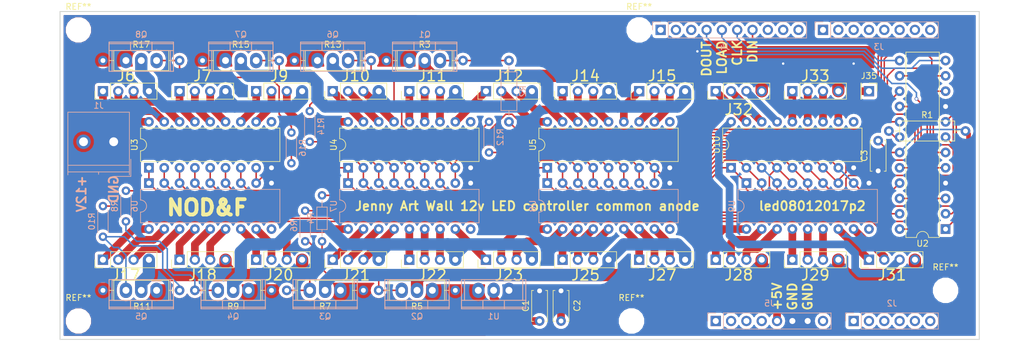
<source format=kicad_pcb>
(kicad_pcb (version 4) (host pcbnew 4.0.6)
  (layers (0 F.Cu signal) (31 B.Cu signal) (34 B.Paste user) (35 F.Paste user) (36 B.SilkS user) (37 F.SilkS user) (38 B.Mask user) (39 F.Mask user) (44 Edge.Cuts user))
  (net 0 "")
  (net 1 +12V)
  (net 2 GND)
  (net 3 +5V)
  (net 4 "Net-(J4-Pad1)")
  (net 5 "Net-(J4-Pad2)")
  (net 6 "Net-(J4-Pad3)")
  (net 7 "Net-(J4-Pad4)")
  (net 8 "Net-(J4-Pad8)")
  (net 9 "Net-(J4-Pad9)")
  (net 10 "Net-(J4-Pad10)")
  (net 11 "Net-(J5-Pad1)")
  (net 12 "Net-(J5-Pad2)")
  (net 13 "Net-(J5-Pad3)")
  (net 14 "Net-(J5-Pad4)")
  (net 15 "Net-(J5-Pad8)")
  (net 16 "Net-(J6-Pad1)")
  (net 17 "Net-(J6-Pad2)")
  (net 18 "Net-(J6-Pad3)")
  (net 19 DIG0)
  (net 20 "Net-(J7-Pad1)")
  (net 21 "Net-(J7-Pad2)")
  (net 22 "Net-(J7-Pad3)")
  (net 23 "Net-(J9-Pad1)")
  (net 24 "Net-(J9-Pad2)")
  (net 25 SEGDP1)
  (net 26 "Net-(J10-Pad1)")
  (net 27 "Net-(J10-Pad2)")
  (net 28 "Net-(J10-Pad3)")
  (net 29 DIG1)
  (net 30 "Net-(J11-Pad1)")
  (net 31 "Net-(J11-Pad2)")
  (net 32 "Net-(J11-Pad3)")
  (net 33 "Net-(J12-Pad1)")
  (net 34 "Net-(J12-Pad2)")
  (net 35 "Net-(J12-Pad3)")
  (net 36 "Net-(J14-Pad1)")
  (net 37 "Net-(J14-Pad2)")
  (net 38 "Net-(J14-Pad3)")
  (net 39 DIG2)
  (net 40 "Net-(J15-Pad1)")
  (net 41 "Net-(J15-Pad2)")
  (net 42 "Net-(J15-Pad3)")
  (net 43 "Net-(J17-Pad1)")
  (net 44 "Net-(J17-Pad2)")
  (net 45 "Net-(J17-Pad3)")
  (net 46 DIG3)
  (net 47 "Net-(J18-Pad1)")
  (net 48 "Net-(J18-Pad2)")
  (net 49 "Net-(J18-Pad3)")
  (net 50 "Net-(J20-Pad1)")
  (net 51 "Net-(J20-Pad2)")
  (net 52 SEGA5)
  (net 53 "Net-(J21-Pad1)")
  (net 54 "Net-(J21-Pad2)")
  (net 55 "Net-(J21-Pad3)")
  (net 56 DIG4)
  (net 57 "Net-(J22-Pad1)")
  (net 58 "Net-(J22-Pad2)")
  (net 59 "Net-(J22-Pad3)")
  (net 60 "Net-(J23-Pad1)")
  (net 61 "Net-(J23-Pad2)")
  (net 62 "Net-(J23-Pad3)")
  (net 63 "Net-(J25-Pad1)")
  (net 64 "Net-(J25-Pad2)")
  (net 65 "Net-(J25-Pad3)")
  (net 66 DIG5)
  (net 67 "Net-(J27-Pad1)")
  (net 68 "Net-(J27-Pad2)")
  (net 69 "Net-(J27-Pad3)")
  (net 70 "Net-(J28-Pad1)")
  (net 71 "Net-(J28-Pad2)")
  (net 72 "Net-(J28-Pad3)")
  (net 73 DIG6)
  (net 74 "Net-(J29-Pad1)")
  (net 75 "Net-(J29-Pad2)")
  (net 76 "Net-(J29-Pad3)")
  (net 77 "Net-(J31-Pad1)")
  (net 78 "Net-(J31-Pad2)")
  (net 79 SEGDP7)
  (net 80 "Net-(J32-Pad1)")
  (net 81 "Net-(J32-Pad2)")
  (net 82 "Net-(J32-Pad3)")
  (net 83 DIG7)
  (net 84 "Net-(J33-Pad1)")
  (net 85 "Net-(J33-Pad2)")
  (net 86 "Net-(J33-Pad3)")
  (net 87 "Net-(J35-Pad1)")
  (net 88 "Net-(Q1-Pad1)")
  (net 89 "Net-(Q2-Pad1)")
  (net 90 "Net-(Q3-Pad1)")
  (net 91 "Net-(Q4-Pad1)")
  (net 92 "Net-(Q5-Pad1)")
  (net 93 "Net-(Q6-Pad1)")
  (net 94 "Net-(Q7-Pad1)")
  (net 95 "Net-(Q8-Pad1)")
  (net 96 "Net-(R1-Pad1)")
  (net 97 "Net-(R2-Pad1)")
  (net 98 "Net-(R4-Pad1)")
  (net 99 "Net-(R6-Pad1)")
  (net 100 "Net-(R8-Pad1)")
  (net 101 "Net-(R10-Pad1)")
  (net 102 "Net-(R12-Pad1)")
  (net 103 "Net-(R14-Pad1)")
  (net 104 "Net-(R16-Pad1)")
  (net 105 SEGA)
  (net 106 SEGF)
  (net 107 SEGB)
  (net 108 SEGG)
  (net 109 SEGC)
  (net 110 SEGE)
  (net 111 SEGDP)
  (net 112 SEGD)
  (net 113 "Net-(J4-Pad5)")
  (net 114 "Net-(J4-Pad6)")
  (net 115 "Net-(J4-Pad7)")
  (net 116 "Net-(U3-Pad10)")
  (net 117 "Net-(U4-Pad10)")
  (net 118 "Net-(U5-Pad10)")
  (net 119 "Net-(U6-Pad10)")
  (net 120 "Net-(U7-Pad10)")
  (net 121 "Net-(U8-Pad10)")
  (net 122 "Net-(U9-Pad10)")
  (net 123 "Net-(U10-Pad10)")
  (net 124 "Net-(J2-Pad1)")
  (net 125 "Net-(J2-Pad2)")
  (net 126 "Net-(J2-Pad3)")
  (net 127 "Net-(J2-Pad4)")
  (net 128 "Net-(J2-Pad5)")
  (net 129 "Net-(J2-Pad6)")
  (net 130 "Net-(J3-Pad1)")
  (net 131 "Net-(J3-Pad2)")
  (net 132 "Net-(J3-Pad3)")
  (net 133 "Net-(J3-Pad4)")
  (net 134 "Net-(J3-Pad5)")
  (net 135 "Net-(J3-Pad6)")
  (net 136 "Net-(J3-Pad7)")
  (net 137 "Net-(J3-Pad8)")
  (module Mounting_Holes:MountingHole_3.2mm_M3_ISO7380 (layer F.Cu) (at 163.83 106.68)
    (fp_text reference REF** (at 0 -3.85) (layer F.SilkS))
    (fp_text value MountingHole_3.2mm_M3_ISO7380)
    (pad 1 np_thru_hole circle (at 0 0) (size 3.2 3.2) (drill 3.2) (layers *.Cu *.Mask))
  )
  (module Mounting_Holes:MountingHole_3.2mm_M3_ISO7380 (layer F.Cu) (at 72.136 58.42)
    (fp_text reference REF** (at 0 -3.85) (layer F.SilkS))
    (fp_text value MountingHole_3.2mm_M3_ISO7380)
    (pad 1 np_thru_hole circle (at 0 0) (size 3.2 3.2) (drill 3.2) (layers *.Cu *.Mask))
  )
  (module Mounting_Holes:MountingHole_3.2mm_M3_ISO7380 (layer F.Cu) (at 165.1 58.42)
    (fp_text reference REF** (at 0 -3.85) (layer F.SilkS))
    (fp_text value MountingHole_3.2mm_M3_ISO7380)
    (pad 1 np_thru_hole circle (at 0 0) (size 3.2 3.2) (drill 3.2) (layers *.Cu *.Mask))
  )
  (module Mounting_Holes:MountingHole_3.2mm_M3_ISO7380 (layer F.Cu) (at 215.9 101.6)
    (fp_text reference REF** (at 0 -3.85) (layer F.SilkS))
    (fp_text value MountingHole_3.2mm_M3_ISO7380)
    (pad 1 np_thru_hole circle (at 0 0) (size 3.2 3.2) (drill 3.2) (layers *.Cu *.Mask))
  )
  (module Resistors_THT:R_Axial_DIN0204_L3.6mm_D1.6mm_P5.08mm_Horizontal (layer B.Cu) (at 109.728 88.392 270)
    (fp_text reference R6 (at 2.54 1.86 270) (layer B.SilkS) (effects (justify mirror)))
    (fp_text value R)
    (pad 1 thru_hole circle (at 0 0 270) (size 1.4 1.4) (drill 0.7) (layers *.Cu *.Mask) (net 99 "Net-(R6-Pad1)"))
    (pad 2 thru_hole oval (at 5.08 0 270) (size 1.4 1.4) (drill 0.7) (layers *.Cu *.Mask) (net 90 "Net-(Q3-Pad1)"))
  )
  (module Housings_DIP:DIP-18_W7.62mm (layer B.Cu) (at 83.82 83.82 270)
    (fp_text reference U6 (at 3.81 2.39 270) (layer B.SilkS) (effects (justify mirror)))
    (fp_text value ULN2803A)
    (pad 1 thru_hole rect (at 0 0 270) (size 1.6 1.6) (drill 0.8) (layers *.Cu *.Mask) (net 105 SEGA))
    (pad 10 thru_hole oval (at 7.62 -20.32 270) (size 1.6 1.6) (drill 0.8) (layers *.Cu *.Mask) (net 119 "Net-(U6-Pad10)"))
    (pad 2 thru_hole oval (at 0 -2.54 270) (size 1.6 1.6) (drill 0.8) (layers *.Cu *.Mask) (net 107 SEGB))
    (pad 11 thru_hole oval (at 7.62 -17.78 270) (size 1.6 1.6) (drill 0.8) (layers *.Cu *.Mask) (net 51 "Net-(J20-Pad2)"))
    (pad 3 thru_hole oval (at 0 -5.08 270) (size 1.6 1.6) (drill 0.8) (layers *.Cu *.Mask) (net 109 SEGC))
    (pad 12 thru_hole oval (at 7.62 -15.24 270) (size 1.6 1.6) (drill 0.8) (layers *.Cu *.Mask) (net 50 "Net-(J20-Pad1)"))
    (pad 4 thru_hole oval (at 0 -7.62 270) (size 1.6 1.6) (drill 0.8) (layers *.Cu *.Mask) (net 112 SEGD))
    (pad 13 thru_hole oval (at 7.62 -12.7 270) (size 1.6 1.6) (drill 0.8) (layers *.Cu *.Mask) (net 49 "Net-(J18-Pad3)"))
    (pad 5 thru_hole oval (at 0 -10.16 270) (size 1.6 1.6) (drill 0.8) (layers *.Cu *.Mask) (net 110 SEGE))
    (pad 14 thru_hole oval (at 7.62 -10.16 270) (size 1.6 1.6) (drill 0.8) (layers *.Cu *.Mask) (net 48 "Net-(J18-Pad2)"))
    (pad 6 thru_hole oval (at 0 -12.7 270) (size 1.6 1.6) (drill 0.8) (layers *.Cu *.Mask) (net 106 SEGF))
    (pad 15 thru_hole oval (at 7.62 -7.62 270) (size 1.6 1.6) (drill 0.8) (layers *.Cu *.Mask) (net 47 "Net-(J18-Pad1)"))
    (pad 7 thru_hole oval (at 0 -15.24 270) (size 1.6 1.6) (drill 0.8) (layers *.Cu *.Mask) (net 108 SEGG))
    (pad 16 thru_hole oval (at 7.62 -5.08 270) (size 1.6 1.6) (drill 0.8) (layers *.Cu *.Mask) (net 45 "Net-(J17-Pad3)"))
    (pad 8 thru_hole oval (at 0 -17.78 270) (size 1.6 1.6) (drill 0.8) (layers *.Cu *.Mask) (net 111 SEGDP))
    (pad 17 thru_hole oval (at 7.62 -2.54 270) (size 1.6 1.6) (drill 0.8) (layers *.Cu *.Mask) (net 44 "Net-(J17-Pad2)"))
    (pad 9 thru_hole oval (at 0 -20.32 270) (size 1.6 1.6) (drill 0.8) (layers *.Cu *.Mask) (net 2 GND))
    (pad 18 thru_hole oval (at 7.62 0 270) (size 1.6 1.6) (drill 0.8) (layers *.Cu *.Mask) (net 43 "Net-(J17-Pad1)"))
  )
  (module Housings_DIP:DIP-18_W7.62mm (layer B.Cu) (at 116.84 83.82 270)
    (fp_text reference U7 (at 3.81 2.39 270) (layer B.SilkS) (effects (justify mirror)))
    (fp_text value ULN2803A)
    (pad 1 thru_hole rect (at 0 0 270) (size 1.6 1.6) (drill 0.8) (layers *.Cu *.Mask) (net 105 SEGA))
    (pad 10 thru_hole oval (at 7.62 -20.32 270) (size 1.6 1.6) (drill 0.8) (layers *.Cu *.Mask) (net 120 "Net-(U7-Pad10)"))
    (pad 2 thru_hole oval (at 0 -2.54 270) (size 1.6 1.6) (drill 0.8) (layers *.Cu *.Mask) (net 107 SEGB))
    (pad 11 thru_hole oval (at 7.62 -17.78 270) (size 1.6 1.6) (drill 0.8) (layers *.Cu *.Mask) (net 60 "Net-(J23-Pad1)"))
    (pad 3 thru_hole oval (at 0 -5.08 270) (size 1.6 1.6) (drill 0.8) (layers *.Cu *.Mask) (net 109 SEGC))
    (pad 12 thru_hole oval (at 7.62 -15.24 270) (size 1.6 1.6) (drill 0.8) (layers *.Cu *.Mask) (net 59 "Net-(J22-Pad3)"))
    (pad 4 thru_hole oval (at 0 -7.62 270) (size 1.6 1.6) (drill 0.8) (layers *.Cu *.Mask) (net 112 SEGD))
    (pad 13 thru_hole oval (at 7.62 -12.7 270) (size 1.6 1.6) (drill 0.8) (layers *.Cu *.Mask) (net 58 "Net-(J22-Pad2)"))
    (pad 5 thru_hole oval (at 0 -10.16 270) (size 1.6 1.6) (drill 0.8) (layers *.Cu *.Mask) (net 110 SEGE))
    (pad 14 thru_hole oval (at 7.62 -10.16 270) (size 1.6 1.6) (drill 0.8) (layers *.Cu *.Mask) (net 57 "Net-(J22-Pad1)"))
    (pad 6 thru_hole oval (at 0 -12.7 270) (size 1.6 1.6) (drill 0.8) (layers *.Cu *.Mask) (net 106 SEGF))
    (pad 15 thru_hole oval (at 7.62 -7.62 270) (size 1.6 1.6) (drill 0.8) (layers *.Cu *.Mask) (net 55 "Net-(J21-Pad3)"))
    (pad 7 thru_hole oval (at 0 -15.24 270) (size 1.6 1.6) (drill 0.8) (layers *.Cu *.Mask) (net 108 SEGG))
    (pad 16 thru_hole oval (at 7.62 -5.08 270) (size 1.6 1.6) (drill 0.8) (layers *.Cu *.Mask) (net 54 "Net-(J21-Pad2)"))
    (pad 8 thru_hole oval (at 0 -17.78 270) (size 1.6 1.6) (drill 0.8) (layers *.Cu *.Mask) (net 111 SEGDP))
    (pad 17 thru_hole oval (at 7.62 -2.54 270) (size 1.6 1.6) (drill 0.8) (layers *.Cu *.Mask) (net 53 "Net-(J21-Pad1)"))
    (pad 9 thru_hole oval (at 0 -20.32 270) (size 1.6 1.6) (drill 0.8) (layers *.Cu *.Mask) (net 2 GND))
    (pad 18 thru_hole oval (at 7.62 0 270) (size 1.6 1.6) (drill 0.8) (layers *.Cu *.Mask) (net 52 SEGA5))
  )
  (module Power_Integrations:TO-220 (layer B.Cu) (at 140.97 101.6)
    (fp_text reference U1 (at 0 4.318) (layer B.SilkS) (effects (justify mirror)))
    (fp_text value 7805)
    (pad VO thru_hole oval (at 0 0) (size 2.032 2.54) (drill 1.143) (layers *.Cu *.Mask) (net 3 +5V))
    (pad GND thru_hole oval (at 2.54 0) (size 2.032 2.54) (drill 1.143) (layers *.Cu *.Mask) (net 2 GND))
    (pad VI thru_hole oval (at -2.54 0) (size 2.032 2.54) (drill 1.143) (layers *.Cu *.Mask) (net 1 +12V))
  )
  (module Capacitors_THT:C_Disc_D5.0mm_W2.5mm_P5.00mm (layer F.Cu) (at 148.59 106.68 90)
    (fp_text reference C1 (at 2.5 -2.31 90) (layer F.SilkS))
    (fp_text value C)
    (pad 1 thru_hole circle (at 0 0 90) (size 1.6 1.6) (drill 0.8) (layers *.Cu *.Mask) (net 1 +12V))
    (pad 2 thru_hole circle (at 5 0 90) (size 1.6 1.6) (drill 0.8) (layers *.Cu *.Mask) (net 2 GND))
  )
  (module Capacitors_THT:C_Disc_D5.0mm_W2.5mm_P5.00mm (layer F.Cu) (at 152.146 106.68 90)
    (fp_text reference C2 (at 2.54 2.667 90) (layer F.SilkS))
    (fp_text value C)
    (pad 1 thru_hole circle (at 0 0 90) (size 1.6 1.6) (drill 0.8) (layers *.Cu *.Mask) (net 3 +5V))
    (pad 2 thru_hole circle (at 5 0 90) (size 1.6 1.6) (drill 0.8) (layers *.Cu *.Mask) (net 2 GND))
  )
  (module Capacitors_THT:C_Disc_D5.0mm_W2.5mm_P5.00mm (layer F.Cu) (at 204.724 81.788 90)
    (fp_text reference C3 (at 2.5 -2.31 90) (layer F.SilkS))
    (fp_text value C)
    (pad 1 thru_hole circle (at 0 0 90) (size 1.6 1.6) (drill 0.8) (layers *.Cu *.Mask) (net 2 GND))
    (pad 2 thru_hole circle (at 5 0 90) (size 1.6 1.6) (drill 0.8) (layers *.Cu *.Mask) (net 3 +5V))
  )
  (module Socket_Strips:Socket_Strip_Straight_1x04_Pitch2.54mm (layer F.Cu) (at 76.2 68.58 90)
    (fp_text reference J6 (at 2.54 3.81 180) (layer F.SilkS) (effects (font (size 1.778 1.778) (thickness 0.254))))
    (fp_text value CONN_01X04_FEMALE)
    (pad 1 thru_hole rect (at 0 0 90) (size 1.7 1.7) (drill 1) (layers *.Cu *.Mask) (net 16 "Net-(J6-Pad1)"))
    (pad 2 thru_hole oval (at 0 2.54 90) (size 1.7 1.7) (drill 1) (layers *.Cu *.Mask) (net 17 "Net-(J6-Pad2)"))
    (pad 3 thru_hole oval (at 0 5.08 90) (size 1.7 1.7) (drill 1) (layers *.Cu *.Mask) (net 18 "Net-(J6-Pad3)"))
    (pad 4 thru_hole oval (at 0 7.62 90) (size 1.7 1.7) (drill 1) (layers *.Cu *.Mask) (net 19 DIG0))
  )
  (module Socket_Strips:Socket_Strip_Straight_1x04_Pitch2.54mm (layer F.Cu) (at 88.9 68.58 90)
    (fp_text reference J7 (at 2.54 3.81 180) (layer F.SilkS) (effects (font (size 1.778 1.778) (thickness 0.254))))
    (fp_text value CONN_01X04_FEMALE)
    (pad 1 thru_hole rect (at 0 0 90) (size 1.7 1.7) (drill 1) (layers *.Cu *.Mask) (net 20 "Net-(J7-Pad1)"))
    (pad 2 thru_hole oval (at 0 2.54 90) (size 1.7 1.7) (drill 1) (layers *.Cu *.Mask) (net 21 "Net-(J7-Pad2)"))
    (pad 3 thru_hole oval (at 0 5.08 90) (size 1.7 1.7) (drill 1) (layers *.Cu *.Mask) (net 22 "Net-(J7-Pad3)"))
    (pad 4 thru_hole oval (at 0 7.62 90) (size 1.7 1.7) (drill 1) (layers *.Cu *.Mask) (net 19 DIG0))
  )
  (module Socket_Strips:Socket_Strip_Straight_1x04_Pitch2.54mm (layer F.Cu) (at 101.6 68.58 90)
    (fp_text reference J9 (at 2.54 3.81 180) (layer F.SilkS) (effects (font (size 1.778 1.778) (thickness 0.254))))
    (fp_text value CONN_01X04_FEMALE)
    (pad 1 thru_hole rect (at 0 0 90) (size 1.7 1.7) (drill 1) (layers *.Cu *.Mask) (net 23 "Net-(J9-Pad1)"))
    (pad 2 thru_hole oval (at 0 2.54 90) (size 1.7 1.7) (drill 1) (layers *.Cu *.Mask) (net 24 "Net-(J9-Pad2)"))
    (pad 3 thru_hole oval (at 0 5.08 90) (size 1.7 1.7) (drill 1) (layers *.Cu *.Mask) (net 25 SEGDP1))
    (pad 4 thru_hole oval (at 0 7.62 90) (size 1.7 1.7) (drill 1) (layers *.Cu *.Mask) (net 19 DIG0))
  )
  (module Socket_Strips:Socket_Strip_Straight_1x04_Pitch2.54mm (layer F.Cu) (at 114.3 68.58 90)
    (fp_text reference J10 (at 2.54 3.81 180) (layer F.SilkS) (effects (font (size 1.778 1.778) (thickness 0.254))))
    (fp_text value CONN_01X04_FEMALE)
    (pad 1 thru_hole rect (at 0 0 90) (size 1.7 1.7) (drill 1) (layers *.Cu *.Mask) (net 26 "Net-(J10-Pad1)"))
    (pad 2 thru_hole oval (at 0 2.54 90) (size 1.7 1.7) (drill 1) (layers *.Cu *.Mask) (net 27 "Net-(J10-Pad2)"))
    (pad 3 thru_hole oval (at 0 5.08 90) (size 1.7 1.7) (drill 1) (layers *.Cu *.Mask) (net 28 "Net-(J10-Pad3)"))
    (pad 4 thru_hole oval (at 0 7.62 90) (size 1.7 1.7) (drill 1) (layers *.Cu *.Mask) (net 29 DIG1))
  )
  (module Socket_Strips:Socket_Strip_Straight_1x04_Pitch2.54mm (layer F.Cu) (at 127 68.58 90)
    (fp_text reference J11 (at 2.54 3.81 180) (layer F.SilkS) (effects (font (size 1.778 1.778) (thickness 0.254))))
    (fp_text value CONN_01X04_FEMALE)
    (pad 1 thru_hole rect (at 0 0 90) (size 1.7 1.7) (drill 1) (layers *.Cu *.Mask) (net 30 "Net-(J11-Pad1)"))
    (pad 2 thru_hole oval (at 0 2.54 90) (size 1.7 1.7) (drill 1) (layers *.Cu *.Mask) (net 31 "Net-(J11-Pad2)"))
    (pad 3 thru_hole oval (at 0 5.08 90) (size 1.7 1.7) (drill 1) (layers *.Cu *.Mask) (net 32 "Net-(J11-Pad3)"))
    (pad 4 thru_hole oval (at 0 7.62 90) (size 1.7 1.7) (drill 1) (layers *.Cu *.Mask) (net 29 DIG1))
  )
  (module Socket_Strips:Socket_Strip_Straight_1x04_Pitch2.54mm (layer F.Cu) (at 139.7 68.58 90)
    (fp_text reference J12 (at 2.54 3.81 180) (layer F.SilkS) (effects (font (size 1.778 1.778) (thickness 0.254))))
    (fp_text value CONN_01X04_FEMALE)
    (pad 1 thru_hole rect (at 0 0 90) (size 1.7 1.7) (drill 1) (layers *.Cu *.Mask) (net 33 "Net-(J12-Pad1)"))
    (pad 2 thru_hole oval (at 0 2.54 90) (size 1.7 1.7) (drill 1) (layers *.Cu *.Mask) (net 34 "Net-(J12-Pad2)"))
    (pad 3 thru_hole oval (at 0 5.08 90) (size 1.7 1.7) (drill 1) (layers *.Cu *.Mask) (net 35 "Net-(J12-Pad3)"))
    (pad 4 thru_hole oval (at 0 7.62 90) (size 1.7 1.7) (drill 1) (layers *.Cu *.Mask) (net 29 DIG1))
  )
  (module Socket_Strips:Socket_Strip_Straight_1x04_Pitch2.54mm (layer F.Cu) (at 152.4 68.58 90)
    (fp_text reference J14 (at 2.54 3.81 180) (layer F.SilkS) (effects (font (size 1.778 1.778) (thickness 0.254))))
    (fp_text value CONN_01X04_FEMALE)
    (pad 1 thru_hole rect (at 0 0 90) (size 1.7 1.7) (drill 1) (layers *.Cu *.Mask) (net 36 "Net-(J14-Pad1)"))
    (pad 2 thru_hole oval (at 0 2.54 90) (size 1.7 1.7) (drill 1) (layers *.Cu *.Mask) (net 37 "Net-(J14-Pad2)"))
    (pad 3 thru_hole oval (at 0 5.08 90) (size 1.7 1.7) (drill 1) (layers *.Cu *.Mask) (net 38 "Net-(J14-Pad3)"))
    (pad 4 thru_hole oval (at 0 7.62 90) (size 1.7 1.7) (drill 1) (layers *.Cu *.Mask) (net 39 DIG2))
  )
  (module Socket_Strips:Socket_Strip_Straight_1x04_Pitch2.54mm (layer F.Cu) (at 165.1 68.58 90)
    (fp_text reference J15 (at 2.54 3.81 180) (layer F.SilkS) (effects (font (size 1.778 1.778) (thickness 0.254))))
    (fp_text value CONN_01X04_FEMALE)
    (pad 1 thru_hole rect (at 0 0 90) (size 1.7 1.7) (drill 1) (layers *.Cu *.Mask) (net 40 "Net-(J15-Pad1)"))
    (pad 2 thru_hole oval (at 0 2.54 90) (size 1.7 1.7) (drill 1) (layers *.Cu *.Mask) (net 41 "Net-(J15-Pad2)"))
    (pad 3 thru_hole oval (at 0 5.08 90) (size 1.7 1.7) (drill 1) (layers *.Cu *.Mask) (net 42 "Net-(J15-Pad3)"))
    (pad 4 thru_hole oval (at 0 7.62 90) (size 1.7 1.7) (drill 1) (layers *.Cu *.Mask) (net 39 DIG2))
  )
  (module Socket_Strips:Socket_Strip_Straight_1x04_Pitch2.54mm (layer F.Cu) (at 76.2 96.52 90)
    (fp_text reference J17 (at -2.54 3.81 180) (layer F.SilkS) (effects (font (size 1.778 1.778) (thickness 0.254))))
    (fp_text value CONN_01X04_FEMALE)
    (pad 1 thru_hole rect (at 0 0 90) (size 1.7 1.7) (drill 1) (layers *.Cu *.Mask) (net 43 "Net-(J17-Pad1)"))
    (pad 2 thru_hole oval (at 0 2.54 90) (size 1.7 1.7) (drill 1) (layers *.Cu *.Mask) (net 44 "Net-(J17-Pad2)"))
    (pad 3 thru_hole oval (at 0 5.08 90) (size 1.7 1.7) (drill 1) (layers *.Cu *.Mask) (net 45 "Net-(J17-Pad3)"))
    (pad 4 thru_hole oval (at 0 7.62 90) (size 1.7 1.7) (drill 1) (layers *.Cu *.Mask) (net 46 DIG3))
  )
  (module Socket_Strips:Socket_Strip_Straight_1x04_Pitch2.54mm (layer F.Cu) (at 88.9 96.52 90)
    (fp_text reference J18 (at -2.54 3.81 180) (layer F.SilkS) (effects (font (size 1.778 1.778) (thickness 0.254))))
    (fp_text value CONN_01X04_FEMALE)
    (pad 1 thru_hole rect (at 0 0 90) (size 1.7 1.7) (drill 1) (layers *.Cu *.Mask) (net 47 "Net-(J18-Pad1)"))
    (pad 2 thru_hole oval (at 0 2.54 90) (size 1.7 1.7) (drill 1) (layers *.Cu *.Mask) (net 48 "Net-(J18-Pad2)"))
    (pad 3 thru_hole oval (at 0 5.08 90) (size 1.7 1.7) (drill 1) (layers *.Cu *.Mask) (net 49 "Net-(J18-Pad3)"))
    (pad 4 thru_hole oval (at 0 7.62 90) (size 1.7 1.7) (drill 1) (layers *.Cu *.Mask) (net 46 DIG3))
  )
  (module Socket_Strips:Socket_Strip_Straight_1x04_Pitch2.54mm (layer F.Cu) (at 101.6 96.52 90)
    (fp_text reference J20 (at -2.54 3.81 180) (layer F.SilkS) (effects (font (size 1.778 1.778) (thickness 0.254))))
    (fp_text value CONN_01X04_FEMALE)
    (pad 1 thru_hole rect (at 0 0 90) (size 1.7 1.7) (drill 1) (layers *.Cu *.Mask) (net 50 "Net-(J20-Pad1)"))
    (pad 2 thru_hole oval (at 0 2.54 90) (size 1.7 1.7) (drill 1) (layers *.Cu *.Mask) (net 51 "Net-(J20-Pad2)"))
    (pad 3 thru_hole oval (at 0 5.08 90) (size 1.7 1.7) (drill 1) (layers *.Cu *.Mask) (net 52 SEGA5))
    (pad 4 thru_hole oval (at 0 7.62 90) (size 1.7 1.7) (drill 1) (layers *.Cu *.Mask) (net 46 DIG3))
  )
  (module Socket_Strips:Socket_Strip_Straight_1x04_Pitch2.54mm (layer F.Cu) (at 114.3 96.52 90)
    (fp_text reference J21 (at -2.54 3.81 180) (layer F.SilkS) (effects (font (size 1.778 1.778) (thickness 0.254))))
    (fp_text value CONN_01X04_FEMALE)
    (pad 1 thru_hole rect (at 0 0 90) (size 1.7 1.7) (drill 1) (layers *.Cu *.Mask) (net 53 "Net-(J21-Pad1)"))
    (pad 2 thru_hole oval (at 0 2.54 90) (size 1.7 1.7) (drill 1) (layers *.Cu *.Mask) (net 54 "Net-(J21-Pad2)"))
    (pad 3 thru_hole oval (at 0 5.08 90) (size 1.7 1.7) (drill 1) (layers *.Cu *.Mask) (net 55 "Net-(J21-Pad3)"))
    (pad 4 thru_hole oval (at 0 7.62 90) (size 1.7 1.7) (drill 1) (layers *.Cu *.Mask) (net 56 DIG4))
  )
  (module Socket_Strips:Socket_Strip_Straight_1x04_Pitch2.54mm (layer F.Cu) (at 127 96.52 90)
    (fp_text reference J22 (at -2.54 3.81 180) (layer F.SilkS) (effects (font (size 1.778 1.778) (thickness 0.254))))
    (fp_text value CONN_01X04_FEMALE)
    (pad 1 thru_hole rect (at 0 0 90) (size 1.7 1.7) (drill 1) (layers *.Cu *.Mask) (net 57 "Net-(J22-Pad1)"))
    (pad 2 thru_hole oval (at 0 2.54 90) (size 1.7 1.7) (drill 1) (layers *.Cu *.Mask) (net 58 "Net-(J22-Pad2)"))
    (pad 3 thru_hole oval (at 0 5.08 90) (size 1.7 1.7) (drill 1) (layers *.Cu *.Mask) (net 59 "Net-(J22-Pad3)"))
    (pad 4 thru_hole oval (at 0 7.62 90) (size 1.7 1.7) (drill 1) (layers *.Cu *.Mask) (net 56 DIG4))
  )
  (module Socket_Strips:Socket_Strip_Straight_1x04_Pitch2.54mm (layer F.Cu) (at 139.7 96.52 90)
    (fp_text reference J23 (at -2.54 3.81 180) (layer F.SilkS) (effects (font (size 1.778 1.778) (thickness 0.254))))
    (fp_text value CONN_01X04_FEMALE)
    (pad 1 thru_hole rect (at 0 0 90) (size 1.7 1.7) (drill 1) (layers *.Cu *.Mask) (net 60 "Net-(J23-Pad1)"))
    (pad 2 thru_hole oval (at 0 2.54 90) (size 1.7 1.7) (drill 1) (layers *.Cu *.Mask) (net 61 "Net-(J23-Pad2)"))
    (pad 3 thru_hole oval (at 0 5.08 90) (size 1.7 1.7) (drill 1) (layers *.Cu *.Mask) (net 62 "Net-(J23-Pad3)"))
    (pad 4 thru_hole oval (at 0 7.62 90) (size 1.7 1.7) (drill 1) (layers *.Cu *.Mask) (net 56 DIG4))
  )
  (module Socket_Strips:Socket_Strip_Straight_1x04_Pitch2.54mm (layer F.Cu) (at 152.4 96.52 90)
    (fp_text reference J25 (at -2.54 3.81 180) (layer F.SilkS) (effects (font (size 1.778 1.778) (thickness 0.254))))
    (fp_text value CONN_01X04_FEMALE)
    (pad 1 thru_hole rect (at 0 0 90) (size 1.7 1.7) (drill 1) (layers *.Cu *.Mask) (net 63 "Net-(J25-Pad1)"))
    (pad 2 thru_hole oval (at 0 2.54 90) (size 1.7 1.7) (drill 1) (layers *.Cu *.Mask) (net 64 "Net-(J25-Pad2)"))
    (pad 3 thru_hole oval (at 0 5.08 90) (size 1.7 1.7) (drill 1) (layers *.Cu *.Mask) (net 65 "Net-(J25-Pad3)"))
    (pad 4 thru_hole oval (at 0 7.62 90) (size 1.7 1.7) (drill 1) (layers *.Cu *.Mask) (net 66 DIG5))
  )
  (module Socket_Strips:Socket_Strip_Straight_1x04_Pitch2.54mm (layer F.Cu) (at 165.1 96.52 90)
    (fp_text reference J27 (at -2.54 3.81 180) (layer F.SilkS) (effects (font (size 1.778 1.778) (thickness 0.254))))
    (fp_text value CONN_01X04_FEMALE)
    (pad 1 thru_hole rect (at 0 0 90) (size 1.7 1.7) (drill 1) (layers *.Cu *.Mask) (net 67 "Net-(J27-Pad1)"))
    (pad 2 thru_hole oval (at 0 2.54 90) (size 1.7 1.7) (drill 1) (layers *.Cu *.Mask) (net 68 "Net-(J27-Pad2)"))
    (pad 3 thru_hole oval (at 0 5.08 90) (size 1.7 1.7) (drill 1) (layers *.Cu *.Mask) (net 69 "Net-(J27-Pad3)"))
    (pad 4 thru_hole oval (at 0 7.62 90) (size 1.7 1.7) (drill 1) (layers *.Cu *.Mask) (net 66 DIG5))
  )
  (module Socket_Strips:Socket_Strip_Straight_1x04_Pitch2.54mm (layer F.Cu) (at 177.8 96.52 90)
    (fp_text reference J28 (at -2.54 3.81 180) (layer F.SilkS) (effects (font (size 1.778 1.778) (thickness 0.254))))
    (fp_text value CONN_01X04_FEMALE)
    (pad 1 thru_hole rect (at 0 0 90) (size 1.7 1.7) (drill 1) (layers *.Cu *.Mask) (net 70 "Net-(J28-Pad1)"))
    (pad 2 thru_hole oval (at 0 2.54 90) (size 1.7 1.7) (drill 1) (layers *.Cu *.Mask) (net 71 "Net-(J28-Pad2)"))
    (pad 3 thru_hole oval (at 0 5.08 90) (size 1.7 1.7) (drill 1) (layers *.Cu *.Mask) (net 72 "Net-(J28-Pad3)"))
    (pad 4 thru_hole oval (at 0 7.62 90) (size 1.7 1.7) (drill 1) (layers *.Cu *.Mask) (net 73 DIG6))
  )
  (module Socket_Strips:Socket_Strip_Straight_1x04_Pitch2.54mm (layer F.Cu) (at 190.5 96.52 90)
    (fp_text reference J29 (at -2.54 3.81 180) (layer F.SilkS) (effects (font (size 1.778 1.778) (thickness 0.254))))
    (fp_text value CONN_01X04_FEMALE)
    (pad 1 thru_hole rect (at 0 0 90) (size 1.7 1.7) (drill 1) (layers *.Cu *.Mask) (net 74 "Net-(J29-Pad1)"))
    (pad 2 thru_hole oval (at 0 2.54 90) (size 1.7 1.7) (drill 1) (layers *.Cu *.Mask) (net 75 "Net-(J29-Pad2)"))
    (pad 3 thru_hole oval (at 0 5.08 90) (size 1.7 1.7) (drill 1) (layers *.Cu *.Mask) (net 76 "Net-(J29-Pad3)"))
    (pad 4 thru_hole oval (at 0 7.62 90) (size 1.7 1.7) (drill 1) (layers *.Cu *.Mask) (net 73 DIG6))
  )
  (module Socket_Strips:Socket_Strip_Straight_1x04_Pitch2.54mm (layer F.Cu) (at 203.2 96.52 90)
    (fp_text reference J31 (at -2.54 3.81 180) (layer F.SilkS) (effects (font (size 1.778 1.778) (thickness 0.254))))
    (fp_text value CONN_01X04_FEMALE)
    (pad 1 thru_hole rect (at 0 0 90) (size 1.7 1.7) (drill 1) (layers *.Cu *.Mask) (net 77 "Net-(J31-Pad1)"))
    (pad 2 thru_hole oval (at 0 2.54 90) (size 1.7 1.7) (drill 1) (layers *.Cu *.Mask) (net 78 "Net-(J31-Pad2)"))
    (pad 3 thru_hole oval (at 0 5.08 90) (size 1.7 1.7) (drill 1) (layers *.Cu *.Mask) (net 79 SEGDP7))
    (pad 4 thru_hole oval (at 0 7.62 90) (size 1.7 1.7) (drill 1) (layers *.Cu *.Mask) (net 73 DIG6))
  )
  (module Socket_Strips:Socket_Strip_Straight_1x04_Pitch2.54mm (layer F.Cu) (at 177.8 68.58 90)
    (fp_text reference J32 (at -3.048 3.81 180) (layer F.SilkS) (effects (font (size 1.778 1.778) (thickness 0.254))))
    (fp_text value CONN_01X04_FEMALE)
    (pad 1 thru_hole rect (at 0 0 90) (size 1.7 1.7) (drill 1) (layers *.Cu *.Mask) (net 80 "Net-(J32-Pad1)"))
    (pad 2 thru_hole oval (at 0 2.54 90) (size 1.7 1.7) (drill 1) (layers *.Cu *.Mask) (net 81 "Net-(J32-Pad2)"))
    (pad 3 thru_hole oval (at 0 5.08 90) (size 1.7 1.7) (drill 1) (layers *.Cu *.Mask) (net 82 "Net-(J32-Pad3)"))
    (pad 4 thru_hole oval (at 0 7.62 90) (size 1.7 1.7) (drill 1) (layers *.Cu *.Mask) (net 83 DIG7))
  )
  (module Socket_Strips:Socket_Strip_Straight_1x04_Pitch2.54mm (layer F.Cu) (at 190.5 68.58 90)
    (fp_text reference J33 (at 2.54 3.81 180) (layer F.SilkS) (effects (font (size 1.778 1.778) (thickness 0.254))))
    (fp_text value CONN_01X04_FEMALE)
    (pad 1 thru_hole rect (at 0 0 90) (size 1.7 1.7) (drill 1) (layers *.Cu *.Mask) (net 84 "Net-(J33-Pad1)"))
    (pad 2 thru_hole oval (at 0 2.54 90) (size 1.7 1.7) (drill 1) (layers *.Cu *.Mask) (net 85 "Net-(J33-Pad2)"))
    (pad 3 thru_hole oval (at 0 5.08 90) (size 1.7 1.7) (drill 1) (layers *.Cu *.Mask) (net 86 "Net-(J33-Pad3)"))
    (pad 4 thru_hole oval (at 0 7.62 90) (size 1.7 1.7) (drill 1) (layers *.Cu *.Mask) (net 83 DIG7))
  )
  (module Power_Integrations:TO-220 (layer B.Cu) (at 129.54 63.5 180)
    (fp_text reference Q1 (at 0 4.318 180) (layer B.SilkS) (effects (justify mirror)))
    (fp_text value Q_PMOS_GDS)
    (pad 2 thru_hole oval (at 0 0 180) (size 2.032 2.54) (drill 1.143) (layers *.Cu *.Mask) (net 83 DIG7))
    (pad 3 thru_hole oval (at 2.54 0 180) (size 2.032 2.54) (drill 1.143) (layers *.Cu *.Mask) (net 1 +12V))
    (pad 1 thru_hole oval (at -2.54 0 180) (size 2.032 2.54) (drill 1.143) (layers *.Cu *.Mask) (net 88 "Net-(Q1-Pad1)"))
  )
  (module Power_Integrations:TO-220 (layer B.Cu) (at 128.27 101.6)
    (fp_text reference Q2 (at 0 4.318) (layer B.SilkS) (effects (justify mirror)))
    (fp_text value Q_PMOS_GDS)
    (pad 2 thru_hole oval (at 0 0) (size 2.032 2.54) (drill 1.143) (layers *.Cu *.Mask) (net 73 DIG6))
    (pad 3 thru_hole oval (at 2.54 0) (size 2.032 2.54) (drill 1.143) (layers *.Cu *.Mask) (net 1 +12V))
    (pad 1 thru_hole oval (at -2.54 0) (size 2.032 2.54) (drill 1.143) (layers *.Cu *.Mask) (net 89 "Net-(Q2-Pad1)"))
  )
  (module Power_Integrations:TO-220 (layer B.Cu) (at 113.03 101.6)
    (fp_text reference Q3 (at 0 4.318) (layer B.SilkS) (effects (justify mirror)))
    (fp_text value Q_PMOS_GDS)
    (pad 2 thru_hole oval (at 0 0) (size 2.032 2.54) (drill 1.143) (layers *.Cu *.Mask) (net 66 DIG5))
    (pad 3 thru_hole oval (at 2.54 0) (size 2.032 2.54) (drill 1.143) (layers *.Cu *.Mask) (net 1 +12V))
    (pad 1 thru_hole oval (at -2.54 0) (size 2.032 2.54) (drill 1.143) (layers *.Cu *.Mask) (net 90 "Net-(Q3-Pad1)"))
  )
  (module Power_Integrations:TO-220 (layer B.Cu) (at 97.79 101.6)
    (fp_text reference Q4 (at 0 4.318) (layer B.SilkS) (effects (justify mirror)))
    (fp_text value Q_PMOS_GDS)
    (pad 2 thru_hole oval (at 0 0) (size 2.032 2.54) (drill 1.143) (layers *.Cu *.Mask) (net 56 DIG4))
    (pad 3 thru_hole oval (at 2.54 0) (size 2.032 2.54) (drill 1.143) (layers *.Cu *.Mask) (net 1 +12V))
    (pad 1 thru_hole oval (at -2.54 0) (size 2.032 2.54) (drill 1.143) (layers *.Cu *.Mask) (net 91 "Net-(Q4-Pad1)"))
  )
  (module Power_Integrations:TO-220 (layer B.Cu) (at 82.55 101.6)
    (fp_text reference Q5 (at 0 4.318) (layer B.SilkS) (effects (justify mirror)))
    (fp_text value Q_PMOS_GDS)
    (pad 2 thru_hole oval (at 0 0) (size 2.032 2.54) (drill 1.143) (layers *.Cu *.Mask) (net 46 DIG3))
    (pad 3 thru_hole oval (at 2.54 0) (size 2.032 2.54) (drill 1.143) (layers *.Cu *.Mask) (net 1 +12V))
    (pad 1 thru_hole oval (at -2.54 0) (size 2.032 2.54) (drill 1.143) (layers *.Cu *.Mask) (net 92 "Net-(Q5-Pad1)"))
  )
  (module Power_Integrations:TO-220 (layer B.Cu) (at 114.3 63.5 180)
    (fp_text reference Q6 (at 0 4.318 180) (layer B.SilkS) (effects (justify mirror)))
    (fp_text value Q_PMOS_GDS)
    (pad 2 thru_hole oval (at 0 0 180) (size 2.032 2.54) (drill 1.143) (layers *.Cu *.Mask) (net 39 DIG2))
    (pad 3 thru_hole oval (at 2.54 0 180) (size 2.032 2.54) (drill 1.143) (layers *.Cu *.Mask) (net 1 +12V))
    (pad 1 thru_hole oval (at -2.54 0 180) (size 2.032 2.54) (drill 1.143) (layers *.Cu *.Mask) (net 93 "Net-(Q6-Pad1)"))
  )
  (module Power_Integrations:TO-220 (layer B.Cu) (at 99.06 63.5 180)
    (fp_text reference Q7 (at 0 4.318 180) (layer B.SilkS) (effects (justify mirror)))
    (fp_text value Q_PMOS_GDS)
    (pad 2 thru_hole oval (at 0 0 180) (size 2.032 2.54) (drill 1.143) (layers *.Cu *.Mask) (net 29 DIG1))
    (pad 3 thru_hole oval (at 2.54 0 180) (size 2.032 2.54) (drill 1.143) (layers *.Cu *.Mask) (net 1 +12V))
    (pad 1 thru_hole oval (at -2.54 0 180) (size 2.032 2.54) (drill 1.143) (layers *.Cu *.Mask) (net 94 "Net-(Q7-Pad1)"))
  )
  (module Power_Integrations:TO-220 (layer B.Cu) (at 82.55 63.5 180)
    (fp_text reference Q8 (at 0 4.318 180) (layer B.SilkS) (effects (justify mirror)))
    (fp_text value Q_PMOS_GDS)
    (pad 2 thru_hole oval (at 0 0 180) (size 2.032 2.54) (drill 1.143) (layers *.Cu *.Mask) (net 19 DIG0))
    (pad 3 thru_hole oval (at 2.54 0 180) (size 2.032 2.54) (drill 1.143) (layers *.Cu *.Mask) (net 1 +12V))
    (pad 1 thru_hole oval (at -2.54 0 180) (size 2.032 2.54) (drill 1.143) (layers *.Cu *.Mask) (net 95 "Net-(Q8-Pad1)"))
  )
  (module Resistors_THT:R_Axial_DIN0309_L9.0mm_D3.2mm_P12.70mm_Horizontal (layer F.Cu) (at 206.502 75.184)
    (fp_text reference R1 (at 6.35 -2.66) (layer F.SilkS))
    (fp_text value R)
    (pad 1 thru_hole circle (at 0 0) (size 1.6 1.6) (drill 0.8) (layers *.Cu *.Mask) (net 96 "Net-(R1-Pad1)"))
    (pad 2 thru_hole oval (at 12.7 0) (size 1.6 1.6) (drill 0.8) (layers *.Cu *.Mask) (net 3 +5V))
  )
  (module Resistors_THT:R_Axial_DIN0309_L9.0mm_D3.2mm_P12.70mm_Horizontal (layer F.Cu) (at 123.19 63.5)
    (fp_text reference R3 (at 6.35 -2.66) (layer F.SilkS))
    (fp_text value R)
    (pad 1 thru_hole circle (at 0 0) (size 1.6 1.6) (drill 0.8) (layers *.Cu *.Mask) (net 1 +12V))
    (pad 2 thru_hole oval (at 12.7 0) (size 1.6 1.6) (drill 0.8) (layers *.Cu *.Mask) (net 88 "Net-(Q1-Pad1)"))
  )
  (module Resistors_THT:R_Axial_DIN0309_L9.0mm_D3.2mm_P12.70mm_Horizontal (layer F.Cu) (at 134.62 101.6 180)
    (fp_text reference R5 (at 6.35 -2.66 180) (layer F.SilkS))
    (fp_text value R)
    (pad 1 thru_hole circle (at 0 0 180) (size 1.6 1.6) (drill 0.8) (layers *.Cu *.Mask) (net 1 +12V))
    (pad 2 thru_hole oval (at 12.7 0 180) (size 1.6 1.6) (drill 0.8) (layers *.Cu *.Mask) (net 89 "Net-(Q2-Pad1)"))
  )
  (module Resistors_THT:R_Axial_DIN0309_L9.0mm_D3.2mm_P12.70mm_Horizontal (layer F.Cu) (at 119.38 101.6 180)
    (fp_text reference R7 (at 6.35 -2.66 180) (layer F.SilkS))
    (fp_text value R)
    (pad 1 thru_hole circle (at 0 0 180) (size 1.6 1.6) (drill 0.8) (layers *.Cu *.Mask) (net 1 +12V))
    (pad 2 thru_hole oval (at 12.7 0 180) (size 1.6 1.6) (drill 0.8) (layers *.Cu *.Mask) (net 90 "Net-(Q3-Pad1)"))
  )
  (module Resistors_THT:R_Axial_DIN0309_L9.0mm_D3.2mm_P12.70mm_Horizontal (layer F.Cu) (at 104.14 101.6 180)
    (fp_text reference R9 (at 6.35 -2.66 180) (layer F.SilkS))
    (fp_text value R)
    (pad 1 thru_hole circle (at 0 0 180) (size 1.6 1.6) (drill 0.8) (layers *.Cu *.Mask) (net 1 +12V))
    (pad 2 thru_hole oval (at 12.7 0 180) (size 1.6 1.6) (drill 0.8) (layers *.Cu *.Mask) (net 91 "Net-(Q4-Pad1)"))
  )
  (module Resistors_THT:R_Axial_DIN0309_L9.0mm_D3.2mm_P12.70mm_Horizontal (layer F.Cu) (at 76.2 101.6)
    (fp_text reference R11 (at 6.477 2.667) (layer F.SilkS))
    (fp_text value R)
    (pad 1 thru_hole circle (at 0 0) (size 1.6 1.6) (drill 0.8) (layers *.Cu *.Mask) (net 1 +12V))
    (pad 2 thru_hole oval (at 12.7 0) (size 1.6 1.6) (drill 0.8) (layers *.Cu *.Mask) (net 92 "Net-(Q5-Pad1)"))
  )
  (module Resistors_THT:R_Axial_DIN0309_L9.0mm_D3.2mm_P12.70mm_Horizontal (layer F.Cu) (at 107.95 63.5)
    (fp_text reference R13 (at 6.35 -2.66) (layer F.SilkS))
    (fp_text value R)
    (pad 1 thru_hole circle (at 0 0) (size 1.6 1.6) (drill 0.8) (layers *.Cu *.Mask) (net 1 +12V))
    (pad 2 thru_hole oval (at 12.7 0) (size 1.6 1.6) (drill 0.8) (layers *.Cu *.Mask) (net 93 "Net-(Q6-Pad1)"))
  )
  (module Resistors_THT:R_Axial_DIN0309_L9.0mm_D3.2mm_P12.70mm_Horizontal (layer F.Cu) (at 92.71 63.5)
    (fp_text reference R15 (at 6.35 -2.66) (layer F.SilkS))
    (fp_text value R)
    (pad 1 thru_hole circle (at 0 0) (size 1.6 1.6) (drill 0.8) (layers *.Cu *.Mask) (net 1 +12V))
    (pad 2 thru_hole oval (at 12.7 0) (size 1.6 1.6) (drill 0.8) (layers *.Cu *.Mask) (net 94 "Net-(Q7-Pad1)"))
  )
  (module Resistors_THT:R_Axial_DIN0309_L9.0mm_D3.2mm_P12.70mm_Horizontal (layer F.Cu) (at 76.2 63.5)
    (fp_text reference R17 (at 6.35 -2.66) (layer F.SilkS))
    (fp_text value R)
    (pad 1 thru_hole circle (at 0 0) (size 1.6 1.6) (drill 0.8) (layers *.Cu *.Mask) (net 1 +12V))
    (pad 2 thru_hole oval (at 12.7 0) (size 1.6 1.6) (drill 0.8) (layers *.Cu *.Mask) (net 95 "Net-(Q8-Pad1)"))
  )
  (module Housings_DIP:DIP-24_W7.62mm (layer F.Cu) (at 215.9 91.44 180)
    (fp_text reference U2 (at 3.81 -2.39 180) (layer F.SilkS))
    (fp_text value MAX7219)
    (pad 1 thru_hole rect (at 0 0 180) (size 1.6 1.6) (drill 0.8) (layers *.Cu *.Mask) (net 115 "Net-(J4-Pad7)"))
    (pad 13 thru_hole oval (at 7.62 27.94 180) (size 1.6 1.6) (drill 0.8) (layers *.Cu *.Mask) (net 114 "Net-(J4-Pad6)"))
    (pad 2 thru_hole oval (at 0 2.54 180) (size 1.6 1.6) (drill 0.8) (layers *.Cu *.Mask) (net 104 "Net-(R16-Pad1)"))
    (pad 14 thru_hole oval (at 7.62 25.4 180) (size 1.6 1.6) (drill 0.8) (layers *.Cu *.Mask) (net 105 SEGA))
    (pad 3 thru_hole oval (at 0 5.08 180) (size 1.6 1.6) (drill 0.8) (layers *.Cu *.Mask) (net 100 "Net-(R8-Pad1)"))
    (pad 15 thru_hole oval (at 7.62 22.86 180) (size 1.6 1.6) (drill 0.8) (layers *.Cu *.Mask) (net 106 SEGF))
    (pad 4 thru_hole oval (at 0 7.62 180) (size 1.6 1.6) (drill 0.8) (layers *.Cu *.Mask) (net 2 GND))
    (pad 16 thru_hole oval (at 7.62 20.32 180) (size 1.6 1.6) (drill 0.8) (layers *.Cu *.Mask) (net 107 SEGB))
    (pad 5 thru_hole oval (at 0 10.16 180) (size 1.6 1.6) (drill 0.8) (layers *.Cu *.Mask) (net 98 "Net-(R4-Pad1)"))
    (pad 17 thru_hole oval (at 7.62 17.78 180) (size 1.6 1.6) (drill 0.8) (layers *.Cu *.Mask) (net 108 SEGG))
    (pad 6 thru_hole oval (at 0 12.7 180) (size 1.6 1.6) (drill 0.8) (layers *.Cu *.Mask) (net 102 "Net-(R12-Pad1)"))
    (pad 18 thru_hole oval (at 7.62 15.24 180) (size 1.6 1.6) (drill 0.8) (layers *.Cu *.Mask) (net 96 "Net-(R1-Pad1)"))
    (pad 7 thru_hole oval (at 0 15.24 180) (size 1.6 1.6) (drill 0.8) (layers *.Cu *.Mask) (net 101 "Net-(R10-Pad1)"))
    (pad 19 thru_hole oval (at 7.62 12.7 180) (size 1.6 1.6) (drill 0.8) (layers *.Cu *.Mask) (net 3 +5V))
    (pad 8 thru_hole oval (at 0 17.78 180) (size 1.6 1.6) (drill 0.8) (layers *.Cu *.Mask) (net 97 "Net-(R2-Pad1)"))
    (pad 20 thru_hole oval (at 7.62 10.16 180) (size 1.6 1.6) (drill 0.8) (layers *.Cu *.Mask) (net 109 SEGC))
    (pad 9 thru_hole oval (at 0 20.32 180) (size 1.6 1.6) (drill 0.8) (layers *.Cu *.Mask) (net 2 GND))
    (pad 21 thru_hole oval (at 7.62 7.62 180) (size 1.6 1.6) (drill 0.8) (layers *.Cu *.Mask) (net 110 SEGE))
    (pad 10 thru_hole oval (at 0 22.86 180) (size 1.6 1.6) (drill 0.8) (layers *.Cu *.Mask) (net 99 "Net-(R6-Pad1)"))
    (pad 22 thru_hole oval (at 7.62 5.08 180) (size 1.6 1.6) (drill 0.8) (layers *.Cu *.Mask) (net 111 SEGDP))
    (pad 11 thru_hole oval (at 0 25.4 180) (size 1.6 1.6) (drill 0.8) (layers *.Cu *.Mask) (net 103 "Net-(R14-Pad1)"))
    (pad 23 thru_hole oval (at 7.62 2.54 180) (size 1.6 1.6) (drill 0.8) (layers *.Cu *.Mask) (net 112 SEGD))
    (pad 12 thru_hole oval (at 0 27.94 180) (size 1.6 1.6) (drill 0.8) (layers *.Cu *.Mask) (net 113 "Net-(J4-Pad5)"))
    (pad 24 thru_hole oval (at 7.62 0 180) (size 1.6 1.6) (drill 0.8) (layers *.Cu *.Mask) (net 7 "Net-(J4-Pad4)"))
  )
  (module Housings_DIP:DIP-18_W7.62mm (layer F.Cu) (at 83.82 81.28 90)
    (fp_text reference U3 (at 3.81 -2.39 90) (layer F.SilkS))
    (fp_text value ULN2803A)
    (pad 1 thru_hole rect (at 0 0 90) (size 1.6 1.6) (drill 0.8) (layers *.Cu *.Mask) (net 105 SEGA))
    (pad 10 thru_hole oval (at 7.62 20.32 90) (size 1.6 1.6) (drill 0.8) (layers *.Cu *.Mask) (net 116 "Net-(U3-Pad10)"))
    (pad 2 thru_hole oval (at 0 2.54 90) (size 1.6 1.6) (drill 0.8) (layers *.Cu *.Mask) (net 107 SEGB))
    (pad 11 thru_hole oval (at 7.62 17.78 90) (size 1.6 1.6) (drill 0.8) (layers *.Cu *.Mask) (net 24 "Net-(J9-Pad2)"))
    (pad 3 thru_hole oval (at 0 5.08 90) (size 1.6 1.6) (drill 0.8) (layers *.Cu *.Mask) (net 109 SEGC))
    (pad 12 thru_hole oval (at 7.62 15.24 90) (size 1.6 1.6) (drill 0.8) (layers *.Cu *.Mask) (net 23 "Net-(J9-Pad1)"))
    (pad 4 thru_hole oval (at 0 7.62 90) (size 1.6 1.6) (drill 0.8) (layers *.Cu *.Mask) (net 112 SEGD))
    (pad 13 thru_hole oval (at 7.62 12.7 90) (size 1.6 1.6) (drill 0.8) (layers *.Cu *.Mask) (net 22 "Net-(J7-Pad3)"))
    (pad 5 thru_hole oval (at 0 10.16 90) (size 1.6 1.6) (drill 0.8) (layers *.Cu *.Mask) (net 110 SEGE))
    (pad 14 thru_hole oval (at 7.62 10.16 90) (size 1.6 1.6) (drill 0.8) (layers *.Cu *.Mask) (net 21 "Net-(J7-Pad2)"))
    (pad 6 thru_hole oval (at 0 12.7 90) (size 1.6 1.6) (drill 0.8) (layers *.Cu *.Mask) (net 106 SEGF))
    (pad 15 thru_hole oval (at 7.62 7.62 90) (size 1.6 1.6) (drill 0.8) (layers *.Cu *.Mask) (net 20 "Net-(J7-Pad1)"))
    (pad 7 thru_hole oval (at 0 15.24 90) (size 1.6 1.6) (drill 0.8) (layers *.Cu *.Mask) (net 108 SEGG))
    (pad 16 thru_hole oval (at 7.62 5.08 90) (size 1.6 1.6) (drill 0.8) (layers *.Cu *.Mask) (net 18 "Net-(J6-Pad3)"))
    (pad 8 thru_hole oval (at 0 17.78 90) (size 1.6 1.6) (drill 0.8) (layers *.Cu *.Mask) (net 111 SEGDP))
    (pad 17 thru_hole oval (at 7.62 2.54 90) (size 1.6 1.6) (drill 0.8) (layers *.Cu *.Mask) (net 17 "Net-(J6-Pad2)"))
    (pad 9 thru_hole oval (at 0 20.32 90) (size 1.6 1.6) (drill 0.8) (layers *.Cu *.Mask) (net 2 GND))
    (pad 18 thru_hole oval (at 7.62 0 90) (size 1.6 1.6) (drill 0.8) (layers *.Cu *.Mask) (net 16 "Net-(J6-Pad1)"))
  )
  (module Housings_DIP:DIP-18_W7.62mm (layer F.Cu) (at 116.84 81.28 90)
    (fp_text reference U4 (at 3.81 -2.39 90) (layer F.SilkS))
    (fp_text value ULN2803A)
    (pad 1 thru_hole rect (at 0 0 90) (size 1.6 1.6) (drill 0.8) (layers *.Cu *.Mask) (net 105 SEGA))
    (pad 10 thru_hole oval (at 7.62 20.32 90) (size 1.6 1.6) (drill 0.8) (layers *.Cu *.Mask) (net 117 "Net-(U4-Pad10)"))
    (pad 2 thru_hole oval (at 0 2.54 90) (size 1.6 1.6) (drill 0.8) (layers *.Cu *.Mask) (net 107 SEGB))
    (pad 11 thru_hole oval (at 7.62 17.78 90) (size 1.6 1.6) (drill 0.8) (layers *.Cu *.Mask) (net 33 "Net-(J12-Pad1)"))
    (pad 3 thru_hole oval (at 0 5.08 90) (size 1.6 1.6) (drill 0.8) (layers *.Cu *.Mask) (net 109 SEGC))
    (pad 12 thru_hole oval (at 7.62 15.24 90) (size 1.6 1.6) (drill 0.8) (layers *.Cu *.Mask) (net 32 "Net-(J11-Pad3)"))
    (pad 4 thru_hole oval (at 0 7.62 90) (size 1.6 1.6) (drill 0.8) (layers *.Cu *.Mask) (net 112 SEGD))
    (pad 13 thru_hole oval (at 7.62 12.7 90) (size 1.6 1.6) (drill 0.8) (layers *.Cu *.Mask) (net 31 "Net-(J11-Pad2)"))
    (pad 5 thru_hole oval (at 0 10.16 90) (size 1.6 1.6) (drill 0.8) (layers *.Cu *.Mask) (net 110 SEGE))
    (pad 14 thru_hole oval (at 7.62 10.16 90) (size 1.6 1.6) (drill 0.8) (layers *.Cu *.Mask) (net 30 "Net-(J11-Pad1)"))
    (pad 6 thru_hole oval (at 0 12.7 90) (size 1.6 1.6) (drill 0.8) (layers *.Cu *.Mask) (net 106 SEGF))
    (pad 15 thru_hole oval (at 7.62 7.62 90) (size 1.6 1.6) (drill 0.8) (layers *.Cu *.Mask) (net 28 "Net-(J10-Pad3)"))
    (pad 7 thru_hole oval (at 0 15.24 90) (size 1.6 1.6) (drill 0.8) (layers *.Cu *.Mask) (net 108 SEGG))
    (pad 16 thru_hole oval (at 7.62 5.08 90) (size 1.6 1.6) (drill 0.8) (layers *.Cu *.Mask) (net 27 "Net-(J10-Pad2)"))
    (pad 8 thru_hole oval (at 0 17.78 90) (size 1.6 1.6) (drill 0.8) (layers *.Cu *.Mask) (net 111 SEGDP))
    (pad 17 thru_hole oval (at 7.62 2.54 90) (size 1.6 1.6) (drill 0.8) (layers *.Cu *.Mask) (net 26 "Net-(J10-Pad1)"))
    (pad 9 thru_hole oval (at 0 20.32 90) (size 1.6 1.6) (drill 0.8) (layers *.Cu *.Mask) (net 2 GND))
    (pad 18 thru_hole oval (at 7.62 0 90) (size 1.6 1.6) (drill 0.8) (layers *.Cu *.Mask) (net 25 SEGDP1))
  )
  (module Housings_DIP:DIP-18_W7.62mm (layer F.Cu) (at 149.86 81.28 90)
    (fp_text reference U5 (at 3.81 -2.39 90) (layer F.SilkS))
    (fp_text value ULN2803A)
    (pad 1 thru_hole rect (at 0 0 90) (size 1.6 1.6) (drill 0.8) (layers *.Cu *.Mask) (net 105 SEGA))
    (pad 10 thru_hole oval (at 7.62 20.32 90) (size 1.6 1.6) (drill 0.8) (layers *.Cu *.Mask) (net 118 "Net-(U5-Pad10)"))
    (pad 2 thru_hole oval (at 0 2.54 90) (size 1.6 1.6) (drill 0.8) (layers *.Cu *.Mask) (net 107 SEGB))
    (pad 11 thru_hole oval (at 7.62 17.78 90) (size 1.6 1.6) (drill 0.8) (layers *.Cu *.Mask) (net 42 "Net-(J15-Pad3)"))
    (pad 3 thru_hole oval (at 0 5.08 90) (size 1.6 1.6) (drill 0.8) (layers *.Cu *.Mask) (net 109 SEGC))
    (pad 12 thru_hole oval (at 7.62 15.24 90) (size 1.6 1.6) (drill 0.8) (layers *.Cu *.Mask) (net 41 "Net-(J15-Pad2)"))
    (pad 4 thru_hole oval (at 0 7.62 90) (size 1.6 1.6) (drill 0.8) (layers *.Cu *.Mask) (net 112 SEGD))
    (pad 13 thru_hole oval (at 7.62 12.7 90) (size 1.6 1.6) (drill 0.8) (layers *.Cu *.Mask) (net 40 "Net-(J15-Pad1)"))
    (pad 5 thru_hole oval (at 0 10.16 90) (size 1.6 1.6) (drill 0.8) (layers *.Cu *.Mask) (net 110 SEGE))
    (pad 14 thru_hole oval (at 7.62 10.16 90) (size 1.6 1.6) (drill 0.8) (layers *.Cu *.Mask) (net 38 "Net-(J14-Pad3)"))
    (pad 6 thru_hole oval (at 0 12.7 90) (size 1.6 1.6) (drill 0.8) (layers *.Cu *.Mask) (net 106 SEGF))
    (pad 15 thru_hole oval (at 7.62 7.62 90) (size 1.6 1.6) (drill 0.8) (layers *.Cu *.Mask) (net 37 "Net-(J14-Pad2)"))
    (pad 7 thru_hole oval (at 0 15.24 90) (size 1.6 1.6) (drill 0.8) (layers *.Cu *.Mask) (net 108 SEGG))
    (pad 16 thru_hole oval (at 7.62 5.08 90) (size 1.6 1.6) (drill 0.8) (layers *.Cu *.Mask) (net 36 "Net-(J14-Pad1)"))
    (pad 8 thru_hole oval (at 0 17.78 90) (size 1.6 1.6) (drill 0.8) (layers *.Cu *.Mask) (net 111 SEGDP))
    (pad 17 thru_hole oval (at 7.62 2.54 90) (size 1.6 1.6) (drill 0.8) (layers *.Cu *.Mask) (net 35 "Net-(J12-Pad3)"))
    (pad 9 thru_hole oval (at 0 20.32 90) (size 1.6 1.6) (drill 0.8) (layers *.Cu *.Mask) (net 2 GND))
    (pad 18 thru_hole oval (at 7.62 0 90) (size 1.6 1.6) (drill 0.8) (layers *.Cu *.Mask) (net 34 "Net-(J12-Pad2)"))
  )
  (module Housings_DIP:DIP-18_W7.62mm (layer B.Cu) (at 149.86 83.82 270)
    (fp_text reference U8 (at 3.81 2.39 270) (layer B.SilkS) (effects (justify mirror)))
    (fp_text value ULN2803A)
    (pad 1 thru_hole rect (at 0 0 270) (size 1.6 1.6) (drill 0.8) (layers *.Cu *.Mask) (net 105 SEGA))
    (pad 10 thru_hole oval (at 7.62 -20.32 270) (size 1.6 1.6) (drill 0.8) (layers *.Cu *.Mask) (net 121 "Net-(U8-Pad10)"))
    (pad 2 thru_hole oval (at 0 -2.54 270) (size 1.6 1.6) (drill 0.8) (layers *.Cu *.Mask) (net 107 SEGB))
    (pad 11 thru_hole oval (at 7.62 -17.78 270) (size 1.6 1.6) (drill 0.8) (layers *.Cu *.Mask) (net 69 "Net-(J27-Pad3)"))
    (pad 3 thru_hole oval (at 0 -5.08 270) (size 1.6 1.6) (drill 0.8) (layers *.Cu *.Mask) (net 109 SEGC))
    (pad 12 thru_hole oval (at 7.62 -15.24 270) (size 1.6 1.6) (drill 0.8) (layers *.Cu *.Mask) (net 68 "Net-(J27-Pad2)"))
    (pad 4 thru_hole oval (at 0 -7.62 270) (size 1.6 1.6) (drill 0.8) (layers *.Cu *.Mask) (net 112 SEGD))
    (pad 13 thru_hole oval (at 7.62 -12.7 270) (size 1.6 1.6) (drill 0.8) (layers *.Cu *.Mask) (net 67 "Net-(J27-Pad1)"))
    (pad 5 thru_hole oval (at 0 -10.16 270) (size 1.6 1.6) (drill 0.8) (layers *.Cu *.Mask) (net 110 SEGE))
    (pad 14 thru_hole oval (at 7.62 -10.16 270) (size 1.6 1.6) (drill 0.8) (layers *.Cu *.Mask) (net 65 "Net-(J25-Pad3)"))
    (pad 6 thru_hole oval (at 0 -12.7 270) (size 1.6 1.6) (drill 0.8) (layers *.Cu *.Mask) (net 106 SEGF))
    (pad 15 thru_hole oval (at 7.62 -7.62 270) (size 1.6 1.6) (drill 0.8) (layers *.Cu *.Mask) (net 64 "Net-(J25-Pad2)"))
    (pad 7 thru_hole oval (at 0 -15.24 270) (size 1.6 1.6) (drill 0.8) (layers *.Cu *.Mask) (net 108 SEGG))
    (pad 16 thru_hole oval (at 7.62 -5.08 270) (size 1.6 1.6) (drill 0.8) (layers *.Cu *.Mask) (net 63 "Net-(J25-Pad1)"))
    (pad 8 thru_hole oval (at 0 -17.78 270) (size 1.6 1.6) (drill 0.8) (layers *.Cu *.Mask) (net 111 SEGDP))
    (pad 17 thru_hole oval (at 7.62 -2.54 270) (size 1.6 1.6) (drill 0.8) (layers *.Cu *.Mask) (net 62 "Net-(J23-Pad3)"))
    (pad 9 thru_hole oval (at 0 -20.32 270) (size 1.6 1.6) (drill 0.8) (layers *.Cu *.Mask) (net 2 GND))
    (pad 18 thru_hole oval (at 7.62 0 270) (size 1.6 1.6) (drill 0.8) (layers *.Cu *.Mask) (net 61 "Net-(J23-Pad2)"))
  )
  (module Housings_DIP:DIP-18_W7.62mm (layer B.Cu) (at 182.88 83.82 270)
    (fp_text reference U9 (at 3.81 2.39 270) (layer B.SilkS) (effects (justify mirror)))
    (fp_text value ULN2803A)
    (pad 1 thru_hole rect (at 0 0 270) (size 1.6 1.6) (drill 0.8) (layers *.Cu *.Mask) (net 105 SEGA))
    (pad 10 thru_hole oval (at 7.62 -20.32 270) (size 1.6 1.6) (drill 0.8) (layers *.Cu *.Mask) (net 122 "Net-(U9-Pad10)"))
    (pad 2 thru_hole oval (at 0 -2.54 270) (size 1.6 1.6) (drill 0.8) (layers *.Cu *.Mask) (net 107 SEGB))
    (pad 11 thru_hole oval (at 7.62 -17.78 270) (size 1.6 1.6) (drill 0.8) (layers *.Cu *.Mask) (net 78 "Net-(J31-Pad2)"))
    (pad 3 thru_hole oval (at 0 -5.08 270) (size 1.6 1.6) (drill 0.8) (layers *.Cu *.Mask) (net 109 SEGC))
    (pad 12 thru_hole oval (at 7.62 -15.24 270) (size 1.6 1.6) (drill 0.8) (layers *.Cu *.Mask) (net 77 "Net-(J31-Pad1)"))
    (pad 4 thru_hole oval (at 0 -7.62 270) (size 1.6 1.6) (drill 0.8) (layers *.Cu *.Mask) (net 112 SEGD))
    (pad 13 thru_hole oval (at 7.62 -12.7 270) (size 1.6 1.6) (drill 0.8) (layers *.Cu *.Mask) (net 76 "Net-(J29-Pad3)"))
    (pad 5 thru_hole oval (at 0 -10.16 270) (size 1.6 1.6) (drill 0.8) (layers *.Cu *.Mask) (net 110 SEGE))
    (pad 14 thru_hole oval (at 7.62 -10.16 270) (size 1.6 1.6) (drill 0.8) (layers *.Cu *.Mask) (net 75 "Net-(J29-Pad2)"))
    (pad 6 thru_hole oval (at 0 -12.7 270) (size 1.6 1.6) (drill 0.8) (layers *.Cu *.Mask) (net 106 SEGF))
    (pad 15 thru_hole oval (at 7.62 -7.62 270) (size 1.6 1.6) (drill 0.8) (layers *.Cu *.Mask) (net 74 "Net-(J29-Pad1)"))
    (pad 7 thru_hole oval (at 0 -15.24 270) (size 1.6 1.6) (drill 0.8) (layers *.Cu *.Mask) (net 108 SEGG))
    (pad 16 thru_hole oval (at 7.62 -5.08 270) (size 1.6 1.6) (drill 0.8) (layers *.Cu *.Mask) (net 72 "Net-(J28-Pad3)"))
    (pad 8 thru_hole oval (at 0 -17.78 270) (size 1.6 1.6) (drill 0.8) (layers *.Cu *.Mask) (net 111 SEGDP))
    (pad 17 thru_hole oval (at 7.62 -2.54 270) (size 1.6 1.6) (drill 0.8) (layers *.Cu *.Mask) (net 71 "Net-(J28-Pad2)"))
    (pad 9 thru_hole oval (at 0 -20.32 270) (size 1.6 1.6) (drill 0.8) (layers *.Cu *.Mask) (net 2 GND))
    (pad 18 thru_hole oval (at 7.62 0 270) (size 1.6 1.6) (drill 0.8) (layers *.Cu *.Mask) (net 70 "Net-(J28-Pad1)"))
  )
  (module Housings_DIP:DIP-18_W7.62mm (layer F.Cu) (at 180.34 81.28 90)
    (fp_text reference U10 (at 3.81 -2.39 90) (layer F.SilkS))
    (fp_text value ULN2803A)
    (pad 1 thru_hole rect (at 0 0 90) (size 1.6 1.6) (drill 0.8) (layers *.Cu *.Mask) (net 105 SEGA))
    (pad 10 thru_hole oval (at 7.62 20.32 90) (size 1.6 1.6) (drill 0.8) (layers *.Cu *.Mask) (net 123 "Net-(U10-Pad10)"))
    (pad 2 thru_hole oval (at 0 2.54 90) (size 1.6 1.6) (drill 0.8) (layers *.Cu *.Mask) (net 107 SEGB))
    (pad 11 thru_hole oval (at 7.62 17.78 90) (size 1.6 1.6) (drill 0.8) (layers *.Cu *.Mask) (net 87 "Net-(J35-Pad1)"))
    (pad 3 thru_hole oval (at 0 5.08 90) (size 1.6 1.6) (drill 0.8) (layers *.Cu *.Mask) (net 109 SEGC))
    (pad 12 thru_hole oval (at 7.62 15.24 90) (size 1.6 1.6) (drill 0.8) (layers *.Cu *.Mask) (net 86 "Net-(J33-Pad3)"))
    (pad 4 thru_hole oval (at 0 7.62 90) (size 1.6 1.6) (drill 0.8) (layers *.Cu *.Mask) (net 112 SEGD))
    (pad 13 thru_hole oval (at 7.62 12.7 90) (size 1.6 1.6) (drill 0.8) (layers *.Cu *.Mask) (net 85 "Net-(J33-Pad2)"))
    (pad 5 thru_hole oval (at 0 10.16 90) (size 1.6 1.6) (drill 0.8) (layers *.Cu *.Mask) (net 110 SEGE))
    (pad 14 thru_hole oval (at 7.62 10.16 90) (size 1.6 1.6) (drill 0.8) (layers *.Cu *.Mask) (net 84 "Net-(J33-Pad1)"))
    (pad 6 thru_hole oval (at 0 12.7 90) (size 1.6 1.6) (drill 0.8) (layers *.Cu *.Mask) (net 106 SEGF))
    (pad 15 thru_hole oval (at 7.62 7.62 90) (size 1.6 1.6) (drill 0.8) (layers *.Cu *.Mask) (net 82 "Net-(J32-Pad3)"))
    (pad 7 thru_hole oval (at 0 15.24 90) (size 1.6 1.6) (drill 0.8) (layers *.Cu *.Mask) (net 108 SEGG))
    (pad 16 thru_hole oval (at 7.62 5.08 90) (size 1.6 1.6) (drill 0.8) (layers *.Cu *.Mask) (net 81 "Net-(J32-Pad2)"))
    (pad 8 thru_hole oval (at 0 17.78 90) (size 1.6 1.6) (drill 0.8) (layers *.Cu *.Mask) (net 111 SEGDP))
    (pad 17 thru_hole oval (at 7.62 2.54 90) (size 1.6 1.6) (drill 0.8) (layers *.Cu *.Mask) (net 80 "Net-(J32-Pad1)"))
    (pad 9 thru_hole oval (at 0 20.32 90) (size 1.6 1.6) (drill 0.8) (layers *.Cu *.Mask) (net 2 GND))
    (pad 18 thru_hole oval (at 7.62 0 90) (size 1.6 1.6) (drill 0.8) (layers *.Cu *.Mask) (net 79 SEGDP7))
  )
  (module Socket_Strips:Socket_Strip_Straight_1x01_Pitch2.54mm (layer F.Cu) (at 203.2 68.58 270)
    (fp_text reference J35 (at -2.54 0 360) (layer F.SilkS))
    (fp_text value CONN_01X01_FEMALE)
    (pad 1 thru_hole rect (at 0 0 270) (size 1.7 1.7) (drill 1) (layers *.Cu *.Mask) (net 87 "Net-(J35-Pad1)"))
  )
  (module Pin_Headers:Pin_Header_Straight_1x08_Pitch2.54mm (layer B.Cu) (at 177.8 106.68 270)
    (fp_text reference J5 (at -2.921 -8.89 540) (layer B.SilkS) (effects (justify mirror)))
    (fp_text value CONN_01X08)
    (pad 1 thru_hole rect (at 0 0 270) (size 1.7 1.7) (drill 1) (layers *.Cu *.Mask) (net 11 "Net-(J5-Pad1)"))
    (pad 2 thru_hole oval (at 0 -2.54 270) (size 1.7 1.7) (drill 1) (layers *.Cu *.Mask) (net 12 "Net-(J5-Pad2)"))
    (pad 3 thru_hole oval (at 0 -5.08 270) (size 1.7 1.7) (drill 1) (layers *.Cu *.Mask) (net 13 "Net-(J5-Pad3)"))
    (pad 4 thru_hole oval (at 0 -7.62 270) (size 1.7 1.7) (drill 1) (layers *.Cu *.Mask) (net 14 "Net-(J5-Pad4)"))
    (pad 5 thru_hole oval (at 0 -10.16 270) (size 1.7 1.7) (drill 1) (layers *.Cu *.Mask) (net 3 +5V))
    (pad 6 thru_hole oval (at 0 -12.7 270) (size 1.7 1.7) (drill 1) (layers *.Cu *.Mask) (net 2 GND))
    (pad 7 thru_hole oval (at 0 -15.24 270) (size 1.7 1.7) (drill 1) (layers *.Cu *.Mask) (net 2 GND))
    (pad 8 thru_hole oval (at 0 -17.78 270) (size 1.7 1.7) (drill 1) (layers *.Cu *.Mask) (net 15 "Net-(J5-Pad8)"))
  )
  (module Pin_Headers:Pin_Header_Straight_1x10_Pitch2.54mm (layer B.Cu) (at 168.656 58.42 270)
    (fp_text reference J4 (at 2.794 -10.668 360) (layer B.SilkS) (effects (justify mirror)))
    (fp_text value CONN_01X10)
    (pad 1 thru_hole rect (at 0 0 270) (size 1.7 1.7) (drill 1) (layers *.Cu *.Mask) (net 4 "Net-(J4-Pad1)"))
    (pad 2 thru_hole oval (at 0 -2.54 270) (size 1.7 1.7) (drill 1) (layers *.Cu *.Mask) (net 5 "Net-(J4-Pad2)"))
    (pad 3 thru_hole oval (at 0 -5.08 270) (size 1.7 1.7) (drill 1) (layers *.Cu *.Mask) (net 6 "Net-(J4-Pad3)"))
    (pad 4 thru_hole oval (at 0 -7.62 270) (size 1.7 1.7) (drill 1) (layers *.Cu *.Mask) (net 7 "Net-(J4-Pad4)"))
    (pad 5 thru_hole oval (at 0 -10.16 270) (size 1.7 1.7) (drill 1) (layers *.Cu *.Mask) (net 113 "Net-(J4-Pad5)"))
    (pad 6 thru_hole oval (at 0 -12.7 270) (size 1.7 1.7) (drill 1) (layers *.Cu *.Mask) (net 114 "Net-(J4-Pad6)"))
    (pad 7 thru_hole oval (at 0 -15.24 270) (size 1.7 1.7) (drill 1) (layers *.Cu *.Mask) (net 115 "Net-(J4-Pad7)"))
    (pad 8 thru_hole oval (at 0 -17.78 270) (size 1.7 1.7) (drill 1) (layers *.Cu *.Mask) (net 8 "Net-(J4-Pad8)"))
    (pad 9 thru_hole oval (at 0 -20.32 270) (size 1.7 1.7) (drill 1) (layers *.Cu *.Mask) (net 9 "Net-(J4-Pad9)"))
    (pad 10 thru_hole oval (at 0 -22.86 270) (size 1.7 1.7) (drill 1) (layers *.Cu *.Mask) (net 10 "Net-(J4-Pad10)"))
  )
  (module KiCAD:TerminalBlock_Philmore_TB132_02x5mm_Straight_power (layer B.Cu) (at 77.978 76.962 180)
    (fp_text reference J1 (at 2.5 6 180) (layer B.SilkS) (effects (justify mirror)))
    (fp_text value Screw_Terminal_1x02)
    (pad 2 thru_hole rect (at 0 0 180) (size 2.4 2.4) (drill 1.47) (layers *.Cu *.Mask) (net 2 GND))
    (pad 1 thru_hole circle (at 5 0 180) (size 2.4 2.4) (drill 1.47) (layers *.Cu *.Mask) (net 1 +12V))
  )
  (module Resistors_THT:R_Axial_DIN0204_L3.6mm_D1.6mm_P5.08mm_Horizontal (layer B.Cu) (at 80.01 85.09 270)
    (fp_text reference R8 (at 2.54 1.86 270) (layer B.SilkS) (effects (justify mirror)))
    (fp_text value R)
    (pad 1 thru_hole circle (at 0 0 270) (size 1.4 1.4) (drill 0.7) (layers *.Cu *.Mask) (net 100 "Net-(R8-Pad1)"))
    (pad 2 thru_hole oval (at 5.08 0 270) (size 1.4 1.4) (drill 0.7) (layers *.Cu *.Mask) (net 91 "Net-(Q4-Pad1)"))
  )
  (module Resistors_THT:R_Axial_DIN0204_L3.6mm_D1.6mm_P5.08mm_Horizontal (layer B.Cu) (at 76.2 87.63 270)
    (fp_text reference R10 (at 2.54 1.86 270) (layer B.SilkS) (effects (justify mirror)))
    (fp_text value R)
    (pad 1 thru_hole circle (at 0 0 270) (size 1.4 1.4) (drill 0.7) (layers *.Cu *.Mask) (net 101 "Net-(R10-Pad1)"))
    (pad 2 thru_hole oval (at 5.08 0 270) (size 1.4 1.4) (drill 0.7) (layers *.Cu *.Mask) (net 92 "Net-(Q5-Pad1)"))
  )
  (module Resistors_THT:R_Axial_DIN0204_L3.6mm_D1.6mm_P7.62mm_Horizontal (layer B.Cu) (at 112.522 85.852 270)
    (fp_text reference R4 (at 3.81 1.86 270) (layer B.SilkS) (effects (justify mirror)))
    (fp_text value R)
    (pad 1 thru_hole circle (at 0 0 270) (size 1.4 1.4) (drill 0.7) (layers *.Cu *.Mask) (net 98 "Net-(R4-Pad1)"))
    (pad 2 thru_hole oval (at 7.62 0 270) (size 1.4 1.4) (drill 0.7) (layers *.Cu *.Mask) (net 89 "Net-(Q2-Pad1)"))
  )
  (module Resistors_THT:R_Axial_DIN0204_L3.6mm_D1.6mm_P5.08mm_Horizontal (layer B.Cu) (at 107.442 80.518 90)
    (fp_text reference R16 (at 2.54 1.86 90) (layer B.SilkS) (effects (justify mirror)))
    (fp_text value R)
    (pad 1 thru_hole circle (at 0 0 90) (size 1.4 1.4) (drill 0.7) (layers *.Cu *.Mask) (net 104 "Net-(R16-Pad1)"))
    (pad 2 thru_hole oval (at 5.08 0 90) (size 1.4 1.4) (drill 0.7) (layers *.Cu *.Mask) (net 95 "Net-(Q8-Pad1)"))
  )
  (module Resistors_THT:R_Axial_DIN0204_L3.6mm_D1.6mm_P5.08mm_Horizontal (layer B.Cu) (at 110.49 76.962 90)
    (fp_text reference R14 (at 2.54 1.86 90) (layer B.SilkS) (effects (justify mirror)))
    (fp_text value R)
    (pad 1 thru_hole circle (at 0 0 90) (size 1.4 1.4) (drill 0.7) (layers *.Cu *.Mask) (net 103 "Net-(R14-Pad1)"))
    (pad 2 thru_hole oval (at 5.08 0 90) (size 1.4 1.4) (drill 0.7) (layers *.Cu *.Mask) (net 94 "Net-(Q7-Pad1)"))
  )
  (module Resistors_THT:R_Axial_DIN0204_L3.6mm_D1.6mm_P5.08mm_Horizontal (layer B.Cu) (at 140.208 78.74 90)
    (fp_text reference R12 (at 2.54 1.86 90) (layer B.SilkS) (effects (justify mirror)))
    (fp_text value R)
    (pad 1 thru_hole circle (at 0 0 90) (size 1.4 1.4) (drill 0.7) (layers *.Cu *.Mask) (net 102 "Net-(R12-Pad1)"))
    (pad 2 thru_hole oval (at 5.08 0 90) (size 1.4 1.4) (drill 0.7) (layers *.Cu *.Mask) (net 93 "Net-(Q6-Pad1)"))
  )
  (module Resistors_THT:R_Axial_DIN0207_L6.3mm_D2.5mm_P10.16mm_Horizontal (layer B.Cu) (at 143.51 73.66 90)
    (fp_text reference R2 (at 5.08 2.31 90) (layer B.SilkS) (effects (justify mirror)))
    (fp_text value R)
    (pad 1 thru_hole circle (at 0 0 90) (size 1.6 1.6) (drill 0.8) (layers *.Cu *.Mask) (net 97 "Net-(R2-Pad1)"))
    (pad 2 thru_hole oval (at 10.16 0 90) (size 1.6 1.6) (drill 0.8) (layers *.Cu *.Mask) (net 88 "Net-(Q1-Pad1)"))
  )
  (module Pin_Headers:Pin_Header_Straight_1x06_Pitch2.54mm (layer B.Cu) (at 200.66 106.68 270)
    (fp_text reference J2 (at -2.921 -6.35 360) (layer B.SilkS) (effects (justify mirror)))
    (fp_text value CONN_01X06)
    (pad 1 thru_hole rect (at 0 0 270) (size 1.7 1.7) (drill 1) (layers *.Cu *.Mask) (net 124 "Net-(J2-Pad1)"))
    (pad 2 thru_hole oval (at 0 -2.54 270) (size 1.7 1.7) (drill 1) (layers *.Cu *.Mask) (net 125 "Net-(J2-Pad2)"))
    (pad 3 thru_hole oval (at 0 -5.08 270) (size 1.7 1.7) (drill 1) (layers *.Cu *.Mask) (net 126 "Net-(J2-Pad3)"))
    (pad 4 thru_hole oval (at 0 -7.62 270) (size 1.7 1.7) (drill 1) (layers *.Cu *.Mask) (net 127 "Net-(J2-Pad4)"))
    (pad 5 thru_hole oval (at 0 -10.16 270) (size 1.7 1.7) (drill 1) (layers *.Cu *.Mask) (net 128 "Net-(J2-Pad5)"))
    (pad 6 thru_hole oval (at 0 -12.7 270) (size 1.7 1.7) (drill 1) (layers *.Cu *.Mask) (net 129 "Net-(J2-Pad6)"))
  )
  (module Pin_Headers:Pin_Header_Straight_1x08_Pitch2.54mm (layer B.Cu) (at 195.58 58.42 270)
    (fp_text reference J3 (at 2.794 -9.271 540) (layer B.SilkS) (effects (justify mirror)))
    (fp_text value CONN_01X08)
    (pad 1 thru_hole rect (at 0 0 270) (size 1.7 1.7) (drill 1) (layers *.Cu *.Mask) (net 130 "Net-(J3-Pad1)"))
    (pad 2 thru_hole oval (at 0 -2.54 270) (size 1.7 1.7) (drill 1) (layers *.Cu *.Mask) (net 131 "Net-(J3-Pad2)"))
    (pad 3 thru_hole oval (at 0 -5.08 270) (size 1.7 1.7) (drill 1) (layers *.Cu *.Mask) (net 132 "Net-(J3-Pad3)"))
    (pad 4 thru_hole oval (at 0 -7.62 270) (size 1.7 1.7) (drill 1) (layers *.Cu *.Mask) (net 133 "Net-(J3-Pad4)"))
    (pad 5 thru_hole oval (at 0 -10.16 270) (size 1.7 1.7) (drill 1) (layers *.Cu *.Mask) (net 134 "Net-(J3-Pad5)"))
    (pad 6 thru_hole oval (at 0 -12.7 270) (size 1.7 1.7) (drill 1) (layers *.Cu *.Mask) (net 135 "Net-(J3-Pad6)"))
    (pad 7 thru_hole oval (at 0 -15.24 270) (size 1.7 1.7) (drill 1) (layers *.Cu *.Mask) (net 136 "Net-(J3-Pad7)"))
    (pad 8 thru_hole oval (at 0 -17.78 270) (size 1.7 1.7) (drill 1) (layers *.Cu *.Mask) (net 137 "Net-(J3-Pad8)"))
  )
  (module Mounting_Holes:MountingHole_3.2mm_M3_ISO7380 (layer F.Cu) (at 72.136 106.68)
    (fp_text reference REF** (at 0 -3.85) (layer F.SilkS))
    (fp_text value MountingHole_3.2mm_M3_ISO7380)
    (pad 1 np_thru_hole circle (at 0 0) (size 3.2 3.2) (drill 3.2) (layers *.Cu *.Mask))
  )
  (gr_text led08012017p2 (at 193.802 87.63) (layer F.SilkS) (effects (font (size 1.5 1.5) (thickness 0.3))))
  (gr_text "Jenny Art Wall 12v LED controller common anode" (at 146.558 87.63) (layer F.SilkS) (effects (font (size 1.5 1.5) (thickness 0.3))))
  (gr_text NOD&F (at 93.472 87.884) (layer F.SilkS) (effects (font (size 2.54 2.54) (thickness 0.635))))
  (gr_text +5V (at 187.96 102.616 90) (layer F.SilkS) (effects (font (size 1.5 1.5) (thickness 0.3))))
  (gr_text GND (at 193.04 102.616 90) (layer F.SilkS) (effects (font (size 1.5 1.5) (thickness 0.3))))
  (gr_text GND (at 190.5 102.616 90) (layer F.SilkS) (effects (font (size 1.5 1.5) (thickness 0.3))))
  (gr_text DOUT (at 176.276 63.246 90) (layer F.SilkS) (effects (font (size 1.5 1.5) (thickness 0.3))))
  (gr_text LOAD (at 178.816 62.992 90) (layer F.SilkS) (effects (font (size 1.5 1.5) (thickness 0.3))))
  (gr_text CLK (at 181.356 62.23 90) (layer F.SilkS) (effects (font (size 1.5 1.5) (thickness 0.3))))
  (gr_text DIN (at 183.896 61.976 90) (layer F.SilkS) (effects (font (size 1.5 1.5) (thickness 0.3))))
  (gr_text +12V (at 72.644 85.598 90) (layer B.SilkS) (effects (font (size 1.5 1.5) (thickness 0.3)) (justify mirror)))
  (gr_text GND (at 77.978 84.836 90) (layer B.SilkS) (effects (font (size 1.5 1.5) (thickness 0.3)) (justify mirror)))
  (gr_line (start 221.488 55.372) (end 221.488 109.728) (angle 90) (layer Edge.Cuts) (width 0.15))
  (gr_line (start 69.088 55.372) (end 69.088 109.728) (angle 90) (layer Edge.Cuts) (width 0.15))
  (gr_line (start 69.088 109.728) (end 221.488 109.728) (angle 90) (layer Edge.Cuts) (width 0.15))
  (gr_line (start 69.088 55.372) (end 221.488 55.372) (angle 90) (layer Edge.Cuts) (width 0.15))
  (segment (start 188.214 64.008) (end 188.976 64.008) (width 0.25) (layer B.Cu) (net 0))
  (segment (start 189.738 64.008) (end 189.738 63.754) (width 0.25) (layer F.Cu) (net 0))
  (segment (start 188.976 64.008) (end 189.738 64.008) (width 0.25) (layer F.Cu) (net 0))
  (via (at 188.976 64.008) (size 0.6) (drill 0.4) (layers F.Cu B.Cu) (net 0))
  (segment (start 174.244 61.722) (end 174.498 61.722) (width 0.25) (layer F.Cu) (net 0))
  (segment (start 175.006 62.23) (end 175.514 62.23) (width 0.25) (layer B.Cu) (net 0))
  (segment (start 174.752 61.976) (end 175.006 62.23) (width 0.25) (layer B.Cu) (net 0))
  (via (at 174.752 61.976) (size 0.6) (drill 0.4) (layers F.Cu B.Cu) (net 0))
  (segment (start 174.498 61.722) (end 174.752 61.976) (width 0.25) (layer F.Cu) (net 0))
  (segment (start 201.168 64.008) (end 200.66 64.008) (width 0.25) (layer B.Cu) (net 0))
  (segment (start 200.66 64.008) (end 197.358 64.008) (width 0.25) (layer F.Cu) (net 0))
  (via (at 200.66 64.008) (size 0.6) (drill 0.4) (layers F.Cu B.Cu) (net 0))
  (segment (start 148.59 106.68) (end 140.97 106.68) (width 1.27) (layer F.Cu) (net 1))
  (segment (start 138.43 104.14) (end 138.43 101.6) (width 1.27) (layer F.Cu) (net 1))
  (segment (start 140.97 106.68) (end 138.43 104.14) (width 1.27) (layer F.Cu) (net 1))
  (segment (start 158.242 103.886) (end 159.766 102.362) (width 1.27) (layer F.Cu) (net 3))
  (segment (start 169.418 102.362) (end 170.942 103.886) (width 1.27) (layer F.Cu) (net 3))
  (segment (start 159.766 102.362) (end 169.418 102.362) (width 1.27) (layer F.Cu) (net 3))
  (segment (start 187.96 103.886) (end 187.96 106.68) (width 1.27) (layer F.Cu) (net 3))
  (segment (start 219.202 75.184) (end 219.71 75.692) (width 0.762) (layer F.Cu) (net 3))
  (segment (start 208.026 103.886) (end 187.96 103.886) (width 0.762) (layer F.Cu) (net 3))
  (segment (start 219.71 92.202) (end 208.026 103.886) (width 0.762) (layer F.Cu) (net 3))
  (segment (start 219.71 75.692) (end 219.71 92.202) (width 0.762) (layer F.Cu) (net 3))
  (segment (start 219.202 75.184) (end 218.948 74.93) (width 0.25) (layer B.Cu) (net 3))
  (segment (start 218.948 74.93) (end 212.09 74.93) (width 0.25) (layer B.Cu) (net 3))
  (segment (start 212.09 74.93) (end 208.28 78.74) (width 0.25) (layer B.Cu) (net 3))
  (segment (start 204.724 76.788) (end 206.676 78.74) (width 0.25) (layer F.Cu) (net 3))
  (segment (start 206.676 78.74) (end 208.28 78.74) (width 0.25) (layer F.Cu) (net 3))
  (segment (start 152.146 106.68) (end 152.146 103.886) (width 1.27) (layer F.Cu) (net 3))
  (segment (start 140.97 101.6) (end 140.97 102.87) (width 1.27) (layer F.Cu) (net 3))
  (segment (start 141.986 103.886) (end 152.146 103.886) (width 1.27) (layer F.Cu) (net 3))
  (segment (start 152.146 103.886) (end 158.242 103.886) (width 1.27) (layer F.Cu) (net 3))
  (segment (start 170.942 103.886) (end 187.96 103.886) (width 1.27) (layer F.Cu) (net 3))
  (segment (start 140.97 102.87) (end 141.986 103.886) (width 1.27) (layer F.Cu) (net 3))
  (segment (start 211.836 71.628) (end 211.836 70.612) (width 0.25) (layer F.Cu) (net 7))
  (segment (start 208.28 91.44) (end 209.804 91.44) (width 0.25) (layer F.Cu) (net 7))
  (segment (start 211.836 89.408) (end 211.836 71.628) (width 0.25) (layer F.Cu) (net 7))
  (segment (start 209.804 91.44) (end 211.836 89.408) (width 0.25) (layer F.Cu) (net 7))
  (segment (start 211.074 68.834) (end 209.55 67.31) (width 0.25) (layer B.Cu) (net 7))
  (segment (start 211.074 69.85) (end 211.074 68.834) (width 0.25) (layer B.Cu) (net 7))
  (via (at 211.074 69.85) (size 0.6) (drill 0.4) (layers F.Cu B.Cu) (net 7))
  (segment (start 211.836 70.612) (end 211.074 69.85) (width 0.25) (layer F.Cu) (net 7))
  (segment (start 176.276 58.42) (end 176.276 59.69) (width 0.25) (layer B.Cu) (net 7))
  (segment (start 176.276 59.69) (end 179.07 62.484) (width 0.25) (layer B.Cu) (net 7))
  (segment (start 179.07 62.484) (end 202.184 62.484) (width 0.25) (layer B.Cu) (net 7))
  (segment (start 207.01 67.31) (end 202.184 62.484) (width 0.25) (layer B.Cu) (net 7))
  (segment (start 209.55 67.31) (end 207.01 67.31) (width 0.25) (layer B.Cu) (net 7))
  (segment (start 210.312 68.072) (end 209.55 67.31) (width 0.25) (layer B.Cu) (net 7))
  (segment (start 76.2 68.58) (end 76.2 71.12) (width 1.27) (layer F.Cu) (net 16))
  (segment (start 78.74 73.66) (end 83.82 73.66) (width 1.27) (layer F.Cu) (net 16))
  (segment (start 76.2 71.12) (end 78.74 73.66) (width 1.27) (layer F.Cu) (net 16))
  (segment (start 78.74 68.58) (end 78.74 71.12) (width 1.27) (layer F.Cu) (net 17))
  (segment (start 84.582 71.882) (end 86.36 73.66) (width 1.27) (layer F.Cu) (net 17))
  (segment (start 79.502 71.882) (end 84.582 71.882) (width 1.27) (layer F.Cu) (net 17))
  (segment (start 78.74 71.12) (end 79.502 71.882) (width 1.27) (layer F.Cu) (net 17))
  (segment (start 81.28 68.58) (end 81.28 69.85) (width 1.27) (layer F.Cu) (net 18))
  (segment (start 81.788 70.358) (end 85.598 70.358) (width 1.27) (layer F.Cu) (net 18))
  (segment (start 81.28 69.85) (end 81.788 70.358) (width 1.27) (layer F.Cu) (net 18))
  (segment (start 85.598 70.358) (end 88.9 73.66) (width 1.27) (layer F.Cu) (net 18))
  (segment (start 96.52 68.58) (end 96.52 69.723) (width 2.032) (layer B.Cu) (net 19))
  (segment (start 96.52 69.723) (end 95.123 71.12) (width 2.032) (layer B.Cu) (net 19))
  (segment (start 96.52 68.58) (end 96.52 69.596) (width 2.032) (layer B.Cu) (net 19))
  (segment (start 96.52 69.596) (end 98.044 71.12) (width 2.032) (layer B.Cu) (net 19))
  (segment (start 82.55 63.5) (end 82.55 65.532) (width 2.032) (layer B.Cu) (net 19))
  (segment (start 83.82 66.802) (end 83.82 68.58) (width 2.032) (layer B.Cu) (net 19))
  (segment (start 82.55 65.532) (end 83.82 66.802) (width 2.032) (layer B.Cu) (net 19))
  (segment (start 83.82 68.58) (end 86.36 71.12) (width 2.032) (layer B.Cu) (net 19))
  (segment (start 86.36 71.12) (end 95.123 71.12) (width 2.032) (layer B.Cu) (net 19))
  (segment (start 109.22 69.85) (end 109.22 68.58) (width 2.032) (layer B.Cu) (net 19))
  (segment (start 107.95 71.12) (end 109.22 69.85) (width 2.032) (layer B.Cu) (net 19))
  (segment (start 98.044 71.12) (end 107.95 71.12) (width 2.032) (layer B.Cu) (net 19))
  (segment (start 96.52 68.58) (end 96.52 71.12) (width 2.032) (layer B.Cu) (net 19))
  (segment (start 95.123 71.12) (end 96.52 71.12) (width 2.032) (layer B.Cu) (net 19))
  (segment (start 96.52 71.12) (end 98.044 71.12) (width 2.032) (layer B.Cu) (net 19))
  (segment (start 88.9 68.58) (end 88.9 71.12) (width 1.27) (layer F.Cu) (net 20))
  (segment (start 88.9 71.12) (end 91.44 73.66) (width 1.27) (layer F.Cu) (net 20))
  (segment (start 91.44 68.58) (end 91.44 71.12) (width 1.27) (layer F.Cu) (net 21))
  (segment (start 91.44 71.12) (end 93.98 73.66) (width 1.27) (layer F.Cu) (net 21))
  (segment (start 93.98 68.58) (end 93.98 71.12) (width 1.27) (layer F.Cu) (net 22))
  (segment (start 93.98 71.12) (end 96.52 73.66) (width 1.27) (layer F.Cu) (net 22))
  (segment (start 101.6 68.58) (end 101.6 71.12) (width 1.27) (layer F.Cu) (net 23))
  (segment (start 101.6 71.12) (end 99.06 73.66) (width 1.27) (layer F.Cu) (net 23))
  (segment (start 104.14 68.58) (end 104.14 71.12) (width 1.27) (layer F.Cu) (net 24))
  (segment (start 104.14 71.12) (end 101.6 73.66) (width 1.27) (layer F.Cu) (net 24))
  (segment (start 106.68 68.58) (end 106.68 71.628) (width 1.27) (layer F.Cu) (net 25))
  (segment (start 108.712 73.66) (end 116.84 73.66) (width 1.27) (layer F.Cu) (net 25))
  (segment (start 106.68 71.628) (end 108.712 73.66) (width 1.27) (layer F.Cu) (net 25))
  (segment (start 114.3 68.58) (end 119.38 73.66) (width 1.27) (layer F.Cu) (net 26))
  (segment (start 116.84 68.58) (end 121.92 73.66) (width 1.27) (layer F.Cu) (net 27))
  (segment (start 119.38 68.58) (end 124.46 73.66) (width 1.27) (layer F.Cu) (net 28))
  (segment (start 121.92 68.58) (end 121.92 69.596) (width 2.032) (layer B.Cu) (net 29))
  (segment (start 121.92 69.596) (end 123.444 71.12) (width 2.032) (layer B.Cu) (net 29))
  (segment (start 121.92 69.596) (end 120.396 71.12) (width 2.032) (layer B.Cu) (net 29))
  (segment (start 134.62 68.58) (end 134.62 69.85) (width 2.032) (layer B.Cu) (net 29))
  (segment (start 134.62 69.85) (end 135.89 71.12) (width 2.032) (layer B.Cu) (net 29))
  (segment (start 134.62 69.85) (end 133.35 71.12) (width 2.032) (layer B.Cu) (net 29))
  (segment (start 134.62 68.58) (end 134.62 69.342) (width 2.032) (layer B.Cu) (net 29))
  (segment (start 121.92 68.58) (end 121.92 71.12) (width 2.032) (layer B.Cu) (net 29))
  (segment (start 99.06 63.5) (end 99.06 64.77) (width 2.032) (layer B.Cu) (net 29))
  (segment (start 99.06 64.77) (end 100.33 66.04) (width 2.032) (layer B.Cu) (net 29))
  (segment (start 100.33 66.04) (end 110.49 66.04) (width 2.032) (layer B.Cu) (net 29))
  (segment (start 110.49 66.04) (end 111.76 67.31) (width 2.032) (layer B.Cu) (net 29))
  (segment (start 111.76 67.31) (end 111.76 69.85) (width 2.032) (layer B.Cu) (net 29))
  (segment (start 111.76 69.85) (end 113.03 71.12) (width 2.032) (layer B.Cu) (net 29))
  (segment (start 113.03 71.12) (end 120.396 71.12) (width 2.032) (layer B.Cu) (net 29))
  (segment (start 120.396 71.12) (end 121.92 71.12) (width 2.032) (layer B.Cu) (net 29))
  (segment (start 121.92 71.12) (end 123.444 71.12) (width 2.032) (layer B.Cu) (net 29))
  (segment (start 123.444 71.12) (end 133.35 71.12) (width 2.032) (layer B.Cu) (net 29))
  (segment (start 133.35 71.12) (end 134.62 71.12) (width 2.032) (layer B.Cu) (net 29))
  (segment (start 134.62 68.58) (end 134.62 71.12) (width 2.032) (layer B.Cu) (net 29))
  (segment (start 124.46 71.12) (end 134.62 71.12) (width 2.032) (layer B.Cu) (net 29))
  (segment (start 134.62 71.12) (end 135.89 71.12) (width 2.032) (layer B.Cu) (net 29))
  (segment (start 135.89 71.12) (end 136.398 71.12) (width 2.032) (layer B.Cu) (net 29))
  (segment (start 136.398 71.12) (end 146.05 71.12) (width 2.032) (layer B.Cu) (net 29))
  (segment (start 146.05 71.12) (end 147.32 69.85) (width 2.032) (layer B.Cu) (net 29))
  (segment (start 147.32 69.85) (end 147.32 68.58) (width 2.032) (layer B.Cu) (net 29))
  (segment (start 127 68.58) (end 127 73.66) (width 1.27) (layer F.Cu) (net 30))
  (segment (start 129.54 68.58) (end 129.54 73.66) (width 1.27) (layer F.Cu) (net 31))
  (segment (start 132.08 68.58) (end 132.08 73.66) (width 1.27) (layer F.Cu) (net 32))
  (segment (start 139.7 68.58) (end 134.62 73.66) (width 1.27) (layer F.Cu) (net 33))
  (segment (start 149.86 73.66) (end 147.32 73.66) (width 1.27) (layer F.Cu) (net 34))
  (segment (start 147.32 73.66) (end 142.24 68.58) (width 1.27) (layer F.Cu) (net 34))
  (segment (start 144.78 68.58) (end 147.828 71.628) (width 1.27) (layer F.Cu) (net 35))
  (segment (start 150.368 71.628) (end 152.4 73.66) (width 1.27) (layer F.Cu) (net 35))
  (segment (start 147.828 71.628) (end 150.368 71.628) (width 1.27) (layer F.Cu) (net 35))
  (segment (start 152.4 68.58) (end 152.4 71.12) (width 1.27) (layer F.Cu) (net 36))
  (segment (start 152.4 71.12) (end 154.94 73.66) (width 1.27) (layer F.Cu) (net 36))
  (segment (start 154.94 68.58) (end 154.94 71.12) (width 1.27) (layer F.Cu) (net 37))
  (segment (start 154.94 71.12) (end 157.48 73.66) (width 1.27) (layer F.Cu) (net 37))
  (segment (start 157.48 68.58) (end 157.48 71.12) (width 1.27) (layer F.Cu) (net 38))
  (segment (start 157.48 71.12) (end 160.02 73.66) (width 1.27) (layer F.Cu) (net 38))
  (segment (start 160.02 68.58) (end 160.02 69.596) (width 2.032) (layer B.Cu) (net 39))
  (segment (start 160.02 69.596) (end 161.544 71.12) (width 2.032) (layer B.Cu) (net 39))
  (segment (start 160.02 69.596) (end 158.496 71.12) (width 2.032) (layer B.Cu) (net 39))
  (segment (start 160.02 68.58) (end 160.02 71.12) (width 2.032) (layer B.Cu) (net 39))
  (segment (start 114.3 63.5) (end 114.3 64.77) (width 2.032) (layer B.Cu) (net 39))
  (segment (start 151.13 71.12) (end 158.496 71.12) (width 2.032) (layer B.Cu) (net 39))
  (segment (start 158.496 71.12) (end 160.02 71.12) (width 2.032) (layer B.Cu) (net 39))
  (segment (start 160.02 71.12) (end 161.544 71.12) (width 2.032) (layer B.Cu) (net 39))
  (segment (start 161.544 71.12) (end 171.45 71.12) (width 2.032) (layer B.Cu) (net 39))
  (segment (start 149.86 69.85) (end 151.13 71.12) (width 2.032) (layer B.Cu) (net 39))
  (segment (start 149.86 67.31) (end 149.86 69.85) (width 2.032) (layer B.Cu) (net 39))
  (segment (start 148.59 66.04) (end 149.86 67.31) (width 2.032) (layer B.Cu) (net 39))
  (segment (start 115.57 66.04) (end 148.59 66.04) (width 2.032) (layer B.Cu) (net 39))
  (segment (start 114.3 64.77) (end 115.57 66.04) (width 2.032) (layer B.Cu) (net 39))
  (segment (start 162.56 71.12) (end 171.45 71.12) (width 2.032) (layer B.Cu) (net 39))
  (segment (start 171.45 71.12) (end 172.72 69.85) (width 2.032) (layer B.Cu) (net 39))
  (segment (start 172.72 69.85) (end 172.72 68.58) (width 2.032) (layer B.Cu) (net 39))
  (segment (start 162.56 73.66) (end 162.56 71.12) (width 1.27) (layer F.Cu) (net 40))
  (segment (start 162.56 71.12) (end 165.1 68.58) (width 1.27) (layer F.Cu) (net 40))
  (segment (start 167.64 68.58) (end 167.64 71.12) (width 1.27) (layer F.Cu) (net 41))
  (segment (start 167.64 71.12) (end 165.1 73.66) (width 1.27) (layer F.Cu) (net 41))
  (segment (start 167.64 73.66) (end 170.18 71.12) (width 1.27) (layer F.Cu) (net 42))
  (segment (start 170.18 71.12) (end 170.18 68.58) (width 1.27) (layer F.Cu) (net 42))
  (segment (start 76.2 96.52) (end 81.28 91.44) (width 1.27) (layer F.Cu) (net 43))
  (segment (start 81.28 91.44) (end 83.82 91.44) (width 1.27) (layer F.Cu) (net 43))
  (segment (start 78.74 96.52) (end 82.042 93.218) (width 1.27) (layer F.Cu) (net 44))
  (segment (start 84.582 93.218) (end 86.36 91.44) (width 1.27) (layer F.Cu) (net 44))
  (segment (start 82.042 93.218) (end 84.582 93.218) (width 1.27) (layer F.Cu) (net 44))
  (segment (start 81.28 96.52) (end 83.058 94.742) (width 1.27) (layer F.Cu) (net 45))
  (segment (start 85.598 94.742) (end 88.9 91.44) (width 1.27) (layer F.Cu) (net 45))
  (segment (start 83.058 94.742) (end 85.598 94.742) (width 1.27) (layer F.Cu) (net 45))
  (segment (start 96.52 96.52) (end 96.52 97.79) (width 2.032) (layer F.Cu) (net 46))
  (segment (start 96.52 97.79) (end 97.79 99.06) (width 2.032) (layer F.Cu) (net 46))
  (segment (start 96.52 97.79) (end 95.25 99.06) (width 2.032) (layer F.Cu) (net 46))
  (segment (start 95.25 99.06) (end 93.98 99.06) (width 2.032) (layer F.Cu) (net 46))
  (segment (start 82.55 101.6) (end 82.55 100.33) (width 2.032) (layer F.Cu) (net 46))
  (segment (start 83.82 99.06) (end 93.98 99.06) (width 2.032) (layer F.Cu) (net 46))
  (segment (start 93.98 99.06) (end 97.79 99.06) (width 2.032) (layer F.Cu) (net 46))
  (segment (start 82.55 100.33) (end 83.82 99.06) (width 2.032) (layer F.Cu) (net 46))
  (segment (start 83.82 96.52) (end 83.82 99.06) (width 2.032) (layer B.Cu) (net 46))
  (segment (start 82.55 100.33) (end 82.55 101.6) (width 2.032) (layer B.Cu) (net 46))
  (segment (start 83.82 99.06) (end 82.55 100.33) (width 2.032) (layer B.Cu) (net 46))
  (segment (start 109.22 96.52) (end 109.22 97.79) (width 2.032) (layer F.Cu) (net 46))
  (segment (start 107.95 99.06) (end 97.79 99.06) (width 2.032) (layer F.Cu) (net 46))
  (segment (start 109.22 97.79) (end 107.95 99.06) (width 2.032) (layer F.Cu) (net 46))
  (segment (start 88.9 96.52) (end 88.9 93.98) (width 1.27) (layer F.Cu) (net 47))
  (segment (start 88.9 93.98) (end 91.44 91.44) (width 1.27) (layer F.Cu) (net 47))
  (segment (start 91.44 96.52) (end 91.44 93.98) (width 1.27) (layer F.Cu) (net 48))
  (segment (start 91.44 93.98) (end 93.98 91.44) (width 1.27) (layer F.Cu) (net 48))
  (segment (start 93.98 96.52) (end 93.98 93.98) (width 1.27) (layer F.Cu) (net 49))
  (segment (start 93.98 93.98) (end 96.52 91.44) (width 1.27) (layer F.Cu) (net 49))
  (segment (start 101.6 96.52) (end 101.6 93.98) (width 1.27) (layer F.Cu) (net 50))
  (segment (start 101.6 93.98) (end 99.06 91.44) (width 1.27) (layer F.Cu) (net 50))
  (segment (start 101.6 91.44) (end 104.14 93.98) (width 1.27) (layer F.Cu) (net 51))
  (segment (start 104.14 93.98) (end 104.14 96.52) (width 1.27) (layer F.Cu) (net 51))
  (segment (start 106.68 96.52) (end 106.68 92.71) (width 1.27) (layer F.Cu) (net 52))
  (segment (start 107.95 91.44) (end 111.76 91.44) (width 1.27) (layer F.Cu) (net 52))
  (segment (start 106.68 92.71) (end 107.95 91.44) (width 1.27) (layer F.Cu) (net 52))
  (segment (start 111.76 91.44) (end 116.84 91.44) (width 1.27) (layer F.Cu) (net 52))
  (segment (start 114.3 96.52) (end 119.38 91.44) (width 1.27) (layer F.Cu) (net 53))
  (segment (start 116.84 96.52) (end 121.92 91.44) (width 1.27) (layer F.Cu) (net 54))
  (segment (start 119.38 96.52) (end 124.46 91.44) (width 1.27) (layer F.Cu) (net 55))
  (segment (start 121.92 96.52) (end 121.92 95.25) (width 2.032) (layer B.Cu) (net 56))
  (segment (start 121.92 95.25) (end 120.65 93.98) (width 2.032) (layer B.Cu) (net 56))
  (segment (start 121.92 96.52) (end 121.92 95.504) (width 2.032) (layer B.Cu) (net 56))
  (segment (start 121.92 95.504) (end 123.444 93.98) (width 2.032) (layer B.Cu) (net 56))
  (segment (start 134.62 96.52) (end 134.62 95.25) (width 2.032) (layer B.Cu) (net 56))
  (segment (start 134.62 95.25) (end 133.35 93.98) (width 2.032) (layer B.Cu) (net 56))
  (segment (start 134.62 96.52) (end 134.62 95.631) (width 2.032) (layer B.Cu) (net 56))
  (segment (start 134.62 95.631) (end 136.271 93.98) (width 2.032) (layer B.Cu) (net 56))
  (segment (start 105.156 93.98) (end 108.204 90.932) (width 2.032) (layer B.Cu) (net 56))
  (segment (start 97.79 100.33) (end 99.06 99.06) (width 2.032) (layer B.Cu) (net 56))
  (segment (start 99.06 99.06) (end 99.06 95.25) (width 2.032) (layer B.Cu) (net 56))
  (segment (start 116.332 93.98) (end 120.65 93.98) (width 2.032) (layer B.Cu) (net 56))
  (segment (start 100.33 93.98) (end 105.156 93.98) (width 2.032) (layer B.Cu) (net 56))
  (segment (start 99.06 95.25) (end 100.33 93.98) (width 2.032) (layer B.Cu) (net 56))
  (segment (start 97.79 101.6) (end 97.79 100.33) (width 2.032) (layer B.Cu) (net 56))
  (segment (start 108.204 90.932) (end 113.284 90.932) (width 2.032) (layer B.Cu) (net 56))
  (segment (start 113.284 90.932) (end 116.332 93.98) (width 2.032) (layer B.Cu) (net 56))
  (segment (start 120.65 93.98) (end 121.92 93.98) (width 2.032) (layer B.Cu) (net 56))
  (segment (start 147.32 96.52) (end 147.32 95.25) (width 2.032) (layer B.Cu) (net 56))
  (segment (start 147.32 95.25) (end 146.05 93.98) (width 2.032) (layer B.Cu) (net 56))
  (segment (start 146.05 93.98) (end 136.271 93.98) (width 2.032) (layer B.Cu) (net 56))
  (segment (start 136.271 93.98) (end 133.35 93.98) (width 2.032) (layer B.Cu) (net 56))
  (segment (start 121.92 96.52) (end 121.92 93.98) (width 2.032) (layer B.Cu) (net 56))
  (segment (start 121.92 93.98) (end 123.444 93.98) (width 2.032) (layer B.Cu) (net 56))
  (segment (start 123.444 93.98) (end 133.35 93.98) (width 2.032) (layer B.Cu) (net 56))
  (segment (start 127 96.52) (end 127 91.44) (width 1.27) (layer F.Cu) (net 57))
  (segment (start 129.54 96.52) (end 129.54 91.44) (width 1.27) (layer F.Cu) (net 58))
  (segment (start 132.08 96.52) (end 132.08 91.44) (width 1.27) (layer F.Cu) (net 59))
  (segment (start 134.62 91.44) (end 139.7 96.52) (width 1.27) (layer F.Cu) (net 60))
  (segment (start 149.86 91.44) (end 145.034 91.44) (width 1.27) (layer F.Cu) (net 61))
  (segment (start 142.24 94.234) (end 142.24 96.52) (width 1.27) (layer F.Cu) (net 61))
  (segment (start 145.034 91.44) (end 142.24 94.234) (width 1.27) (layer F.Cu) (net 61))
  (segment (start 144.78 96.52) (end 144.78 95.25) (width 1.27) (layer F.Cu) (net 62))
  (segment (start 150.368 93.472) (end 152.4 91.44) (width 1.27) (layer F.Cu) (net 62))
  (segment (start 146.558 93.472) (end 150.368 93.472) (width 1.27) (layer F.Cu) (net 62))
  (segment (start 144.78 95.25) (end 146.558 93.472) (width 1.27) (layer F.Cu) (net 62))
  (segment (start 154.94 91.44) (end 152.4 93.98) (width 1.27) (layer F.Cu) (net 63))
  (segment (start 152.4 93.98) (end 152.4 96.52) (width 1.27) (layer F.Cu) (net 63))
  (segment (start 154.94 96.52) (end 154.94 93.98) (width 1.27) (layer F.Cu) (net 64))
  (segment (start 154.94 93.98) (end 157.48 91.44) (width 1.27) (layer F.Cu) (net 64))
  (segment (start 160.02 91.44) (end 157.48 93.98) (width 1.27) (layer F.Cu) (net 65))
  (segment (start 157.48 93.98) (end 157.48 96.52) (width 1.27) (layer F.Cu) (net 65))
  (segment (start 113.03 101.6) (end 113.03 100.33) (width 2.032) (layer B.Cu) (net 66))
  (segment (start 158.75 99.06) (end 160.02 97.79) (width 2.032) (layer B.Cu) (net 66))
  (segment (start 114.3 99.06) (end 158.75 99.06) (width 2.032) (layer B.Cu) (net 66))
  (segment (start 113.03 100.33) (end 114.3 99.06) (width 2.032) (layer B.Cu) (net 66))
  (segment (start 160.02 97.79) (end 160.02 96.52) (width 2.032) (layer B.Cu) (net 66))
  (segment (start 160.02 96.52) (end 162.56 93.98) (width 2.032) (layer B.Cu) (net 66))
  (segment (start 162.56 93.98) (end 171.45 93.98) (width 2.032) (layer B.Cu) (net 66))
  (segment (start 171.45 93.98) (end 172.72 95.25) (width 2.032) (layer B.Cu) (net 66))
  (segment (start 172.72 95.25) (end 172.72 96.52) (width 2.032) (layer B.Cu) (net 66))
  (segment (start 162.56 91.44) (end 165.1 93.98) (width 1.27) (layer F.Cu) (net 67))
  (segment (start 165.1 93.98) (end 165.1 96.52) (width 1.27) (layer F.Cu) (net 67))
  (segment (start 165.1 91.44) (end 167.64 93.98) (width 1.27) (layer F.Cu) (net 68))
  (segment (start 167.64 93.98) (end 167.64 96.52) (width 1.27) (layer F.Cu) (net 68))
  (segment (start 167.64 91.44) (end 170.18 93.98) (width 1.27) (layer F.Cu) (net 69))
  (segment (start 170.18 93.98) (end 170.18 96.52) (width 1.27) (layer F.Cu) (net 69))
  (segment (start 182.88 91.44) (end 179.07 91.44) (width 1.27) (layer F.Cu) (net 70))
  (segment (start 177.8 92.71) (end 177.8 96.52) (width 1.27) (layer F.Cu) (net 70))
  (segment (start 179.07 91.44) (end 177.8 92.71) (width 1.27) (layer F.Cu) (net 70))
  (segment (start 180.34 96.52) (end 180.34 93.726) (width 1.27) (layer F.Cu) (net 71))
  (segment (start 180.848 93.218) (end 183.642 93.218) (width 1.27) (layer F.Cu) (net 71))
  (segment (start 180.34 93.726) (end 180.848 93.218) (width 1.27) (layer F.Cu) (net 71))
  (segment (start 183.642 93.218) (end 185.42 91.44) (width 1.27) (layer F.Cu) (net 71))
  (segment (start 182.88 96.52) (end 182.88 95.196002) (width 1.27) (layer F.Cu) (net 72))
  (segment (start 183.334002 94.742) (end 184.658 94.742) (width 1.27) (layer F.Cu) (net 72))
  (segment (start 182.88 95.196002) (end 183.334002 94.742) (width 1.27) (layer F.Cu) (net 72))
  (segment (start 184.658 94.742) (end 187.96 91.44) (width 1.27) (layer F.Cu) (net 72))
  (segment (start 185.42 96.52) (end 185.42 97.536) (width 2.032) (layer F.Cu) (net 73))
  (segment (start 185.42 97.536) (end 186.944 99.06) (width 2.032) (layer F.Cu) (net 73))
  (segment (start 185.42 96.52) (end 185.42 97.282) (width 2.032) (layer F.Cu) (net 73))
  (segment (start 185.42 97.282) (end 183.642 99.06) (width 2.032) (layer F.Cu) (net 73))
  (segment (start 198.12 96.52) (end 198.12 97.79) (width 2.032) (layer F.Cu) (net 73))
  (segment (start 198.12 97.79) (end 196.85 99.06) (width 2.032) (layer F.Cu) (net 73))
  (segment (start 198.12 96.52) (end 198.12 97.536) (width 2.032) (layer F.Cu) (net 73))
  (segment (start 198.12 97.536) (end 199.644 99.06) (width 2.032) (layer F.Cu) (net 73))
  (segment (start 129.032 99.06) (end 183.642 99.06) (width 2.032) (layer F.Cu) (net 73))
  (segment (start 183.642 99.06) (end 186.944 99.06) (width 2.032) (layer F.Cu) (net 73))
  (segment (start 186.944 99.06) (end 196.85 99.06) (width 2.032) (layer F.Cu) (net 73))
  (segment (start 128.27 101.6) (end 128.27 99.822) (width 2.032) (layer F.Cu) (net 73))
  (segment (start 129.032 99.06) (end 128.27 99.822) (width 2.032) (layer F.Cu) (net 73))
  (segment (start 196.85 99.06) (end 199.644 99.06) (width 2.032) (layer F.Cu) (net 73))
  (segment (start 199.644 99.06) (end 209.55 99.06) (width 2.032) (layer F.Cu) (net 73))
  (segment (start 210.82 97.79) (end 210.82 96.52) (width 2.032) (layer F.Cu) (net 73))
  (segment (start 209.55 99.06) (end 210.82 97.79) (width 2.032) (layer F.Cu) (net 73))
  (segment (start 190.5 96.52) (end 190.5 91.44) (width 1.27) (layer F.Cu) (net 74))
  (segment (start 193.04 96.52) (end 193.04 91.44) (width 1.27) (layer F.Cu) (net 75))
  (segment (start 195.58 91.44) (end 195.58 96.52) (width 1.27) (layer F.Cu) (net 76))
  (segment (start 198.12 91.44) (end 203.2 96.52) (width 1.27) (layer F.Cu) (net 77))
  (segment (start 200.66 91.44) (end 203.2 93.98) (width 1.27) (layer F.Cu) (net 78))
  (segment (start 205.74 96.012) (end 205.74 96.52) (width 1.27) (layer F.Cu) (net 78))
  (segment (start 203.708 93.98) (end 205.74 96.012) (width 1.27) (layer F.Cu) (net 78))
  (segment (start 203.2 93.98) (end 203.708 93.98) (width 1.27) (layer F.Cu) (net 78))
  (segment (start 208.28 96.52) (end 205.994 98.806) (width 1.27) (layer B.Cu) (net 79))
  (segment (start 200.914 95.504) (end 199.39 93.98) (width 1.27) (layer B.Cu) (net 79))
  (segment (start 200.914 98.044) (end 200.914 95.504) (width 1.27) (layer B.Cu) (net 79))
  (segment (start 201.676 98.806) (end 200.914 98.044) (width 1.27) (layer B.Cu) (net 79))
  (segment (start 205.994 98.806) (end 201.676 98.806) (width 1.27) (layer B.Cu) (net 79))
  (segment (start 180.34 73.66) (end 178.308 75.692) (width 1.27) (layer B.Cu) (net 79))
  (segment (start 181.61 93.98) (end 199.39 93.98) (width 1.27) (layer B.Cu) (net 79))
  (segment (start 180.086 92.456) (end 181.61 93.98) (width 1.27) (layer B.Cu) (net 79))
  (segment (start 180.086 84.328) (end 180.086 92.456) (width 1.27) (layer B.Cu) (net 79))
  (segment (start 178.308 82.55) (end 180.086 84.328) (width 1.27) (layer B.Cu) (net 79))
  (segment (start 178.308 75.692) (end 178.308 82.55) (width 1.27) (layer B.Cu) (net 79))
  (segment (start 177.8 68.58) (end 182.88 73.66) (width 1.27) (layer F.Cu) (net 80))
  (segment (start 180.34 68.58) (end 185.42 73.66) (width 1.27) (layer F.Cu) (net 81))
  (segment (start 182.88 68.58) (end 187.96 73.66) (width 1.27) (layer B.Cu) (net 82))
  (segment (start 185.42 68.58) (end 185.42 67.31) (width 2.032) (layer F.Cu) (net 83))
  (segment (start 185.42 67.31) (end 186.69 66.04) (width 2.032) (layer F.Cu) (net 83))
  (segment (start 185.42 67.31) (end 184.15 66.04) (width 2.032) (layer F.Cu) (net 83))
  (segment (start 185.42 68.58) (end 185.42 67.818) (width 2.032) (layer F.Cu) (net 83))
  (segment (start 129.54 63.5) (end 129.54 64.77) (width 2.032) (layer F.Cu) (net 83))
  (segment (start 130.81 66.04) (end 184.15 66.04) (width 2.032) (layer F.Cu) (net 83))
  (segment (start 129.54 64.77) (end 130.81 66.04) (width 2.032) (layer F.Cu) (net 83))
  (segment (start 198.12 67.31) (end 198.12 68.58) (width 2.032) (layer F.Cu) (net 83))
  (segment (start 196.85 66.04) (end 198.12 67.31) (width 2.032) (layer F.Cu) (net 83))
  (segment (start 184.15 66.04) (end 186.69 66.04) (width 2.032) (layer F.Cu) (net 83))
  (segment (start 186.69 66.04) (end 187.198 66.04) (width 2.032) (layer F.Cu) (net 83))
  (segment (start 187.198 66.04) (end 196.85 66.04) (width 2.032) (layer F.Cu) (net 83))
  (segment (start 190.5 68.58) (end 190.5 73.66) (width 1.27) (layer F.Cu) (net 84))
  (segment (start 193.04 68.58) (end 193.04 73.66) (width 1.27) (layer F.Cu) (net 85))
  (segment (start 195.58 68.58) (end 195.58 73.66) (width 1.27) (layer F.Cu) (net 86))
  (segment (start 198.12 73.66) (end 198.12 71.628) (width 1.27) (layer F.Cu) (net 87))
  (segment (start 201.168 68.58) (end 203.2 68.58) (width 1.27) (layer F.Cu) (net 87))
  (segment (start 198.12 71.628) (end 201.168 68.58) (width 1.27) (layer F.Cu) (net 87))
  (segment (start 135.89 63.5) (end 132.08 63.5) (width 0.25) (layer F.Cu) (net 88))
  (segment (start 143.51 63.5) (end 135.89 63.5) (width 0.25) (layer F.Cu) (net 88))
  (segment (start 121.92 101.6) (end 125.73 101.6) (width 0.25) (layer F.Cu) (net 89))
  (segment (start 112.522 93.472) (end 112.522 98.044) (width 0.25) (layer F.Cu) (net 89))
  (segment (start 112.522 98.044) (end 113.538 99.06) (width 0.25) (layer F.Cu) (net 89))
  (segment (start 121.92 99.568) (end 121.92 101.6) (width 0.25) (layer F.Cu) (net 89))
  (segment (start 121.412 99.06) (end 121.92 99.568) (width 0.25) (layer F.Cu) (net 89))
  (segment (start 113.538 99.06) (end 121.412 99.06) (width 0.25) (layer F.Cu) (net 89))
  (segment (start 110.49 101.6) (end 106.68 101.6) (width 0.25) (layer F.Cu) (net 90))
  (segment (start 109.728 93.472) (end 110.236 93.472) (width 0.25) (layer F.Cu) (net 90))
  (segment (start 110.236 93.472) (end 111.506 94.742) (width 0.25) (layer F.Cu) (net 90))
  (segment (start 111.506 95.504) (end 111.506 98.298) (width 0.25) (layer F.Cu) (net 90))
  (segment (start 111.506 98.298) (end 110.49 99.314) (width 0.25) (layer F.Cu) (net 90))
  (segment (start 110.49 99.314) (end 110.49 101.6) (width 0.25) (layer F.Cu) (net 90))
  (segment (start 111.506 94.742) (end 111.506 95.504) (width 0.25) (layer F.Cu) (net 90))
  (segment (start 95.25 101.6) (end 91.44 101.6) (width 0.25) (layer F.Cu) (net 91))
  (segment (start 80.01 90.17) (end 80.01 91.694) (width 0.25) (layer B.Cu) (net 91))
  (segment (start 91.44 99.822) (end 91.44 101.6) (width 0.25) (layer B.Cu) (net 91))
  (segment (start 90.678 99.06) (end 91.44 99.822) (width 0.25) (layer B.Cu) (net 91))
  (segment (start 87.884 99.06) (end 90.678 99.06) (width 0.25) (layer B.Cu) (net 91))
  (segment (start 86.868 98.044) (end 87.884 99.06) (width 0.25) (layer B.Cu) (net 91))
  (segment (start 86.868 94.742) (end 86.868 98.044) (width 0.25) (layer B.Cu) (net 91))
  (segment (start 85.598 93.472) (end 86.868 94.742) (width 0.25) (layer B.Cu) (net 91))
  (segment (start 81.788 93.472) (end 85.598 93.472) (width 0.25) (layer B.Cu) (net 91))
  (segment (start 80.01 91.694) (end 81.788 93.472) (width 0.25) (layer B.Cu) (net 91))
  (segment (start 80.01 101.6) (end 80.01 95.758) (width 0.25) (layer B.Cu) (net 92))
  (segment (start 77.978 94.488) (end 76.2 92.71) (width 0.25) (layer B.Cu) (net 92))
  (segment (start 78.74 94.488) (end 77.978 94.488) (width 0.25) (layer B.Cu) (net 92))
  (segment (start 80.01 95.758) (end 78.74 94.488) (width 0.25) (layer B.Cu) (net 92))
  (segment (start 76.2 92.71) (end 79.756 92.71) (width 0.25) (layer B.Cu) (net 92))
  (segment (start 79.756 92.71) (end 81.28 94.234) (width 0.25) (layer B.Cu) (net 92))
  (segment (start 88.9 101.6) (end 88.9 100.838) (width 0.25) (layer B.Cu) (net 92))
  (segment (start 88.9 100.838) (end 86.106 98.044) (width 0.25) (layer B.Cu) (net 92))
  (segment (start 85.09 94.234) (end 81.28 94.234) (width 0.25) (layer B.Cu) (net 92))
  (segment (start 86.106 95.25) (end 85.09 94.234) (width 0.25) (layer B.Cu) (net 92))
  (segment (start 86.106 98.044) (end 86.106 95.25) (width 0.25) (layer B.Cu) (net 92))
  (segment (start 116.84 63.5) (end 120.65 63.5) (width 0.25) (layer F.Cu) (net 93))
  (segment (start 140.208 73.66) (end 138.684 75.184) (width 0.25) (layer F.Cu) (net 93))
  (segment (start 120.65 65.024) (end 120.65 63.5) (width 0.25) (layer F.Cu) (net 93))
  (segment (start 121.412 65.786) (end 120.65 65.024) (width 0.25) (layer F.Cu) (net 93))
  (segment (start 123.19 65.786) (end 121.412 65.786) (width 0.25) (layer F.Cu) (net 93))
  (segment (start 124.46 67.056) (end 123.19 65.786) (width 0.25) (layer F.Cu) (net 93))
  (segment (start 124.46 70.358) (end 124.46 67.056) (width 0.25) (layer F.Cu) (net 93))
  (segment (start 125.73 71.628) (end 124.46 70.358) (width 0.25) (layer F.Cu) (net 93))
  (segment (start 125.73 74.168) (end 125.73 71.628) (width 0.25) (layer F.Cu) (net 93))
  (segment (start 126.746 75.184) (end 125.73 74.168) (width 0.25) (layer F.Cu) (net 93))
  (segment (start 138.684 75.184) (end 126.746 75.184) (width 0.25) (layer F.Cu) (net 93))
  (segment (start 101.6 63.5) (end 105.41 63.5) (width 0.25) (layer F.Cu) (net 94))
  (segment (start 110.49 71.882) (end 110.49 70.866) (width 0.25) (layer F.Cu) (net 94))
  (segment (start 105.41 65.278) (end 105.41 63.5) (width 0.25) (layer F.Cu) (net 94))
  (segment (start 106.426 66.294) (end 105.41 65.278) (width 0.25) (layer F.Cu) (net 94))
  (segment (start 110.744 66.294) (end 106.426 66.294) (width 0.25) (layer F.Cu) (net 94))
  (segment (start 111.76 67.31) (end 110.744 66.294) (width 0.25) (layer F.Cu) (net 94))
  (segment (start 111.76 69.596) (end 111.76 67.31) (width 0.25) (layer F.Cu) (net 94))
  (segment (start 110.49 70.866) (end 111.76 69.596) (width 0.25) (layer F.Cu) (net 94))
  (segment (start 85.09 63.5) (end 88.9 63.5) (width 0.25) (layer F.Cu) (net 95))
  (segment (start 107.442 75.438) (end 107.442 74.422) (width 0.25) (layer F.Cu) (net 95))
  (segment (start 88.9 64.77) (end 88.9 63.5) (width 0.25) (layer F.Cu) (net 95))
  (segment (start 90.424 66.294) (end 88.9 64.77) (width 0.25) (layer F.Cu) (net 95))
  (segment (start 103.886 66.294) (end 90.424 66.294) (width 0.25) (layer F.Cu) (net 95))
  (segment (start 105.41 67.818) (end 103.886 66.294) (width 0.25) (layer F.Cu) (net 95))
  (segment (start 105.41 72.39) (end 105.41 67.818) (width 0.25) (layer F.Cu) (net 95))
  (segment (start 107.442 74.422) (end 105.41 72.39) (width 0.25) (layer F.Cu) (net 95))
  (segment (start 206.502 75.184) (end 207.518 76.2) (width 0.25) (layer F.Cu) (net 96))
  (segment (start 207.518 76.2) (end 208.28 76.2) (width 0.25) (layer F.Cu) (net 96))
  (segment (start 215.9 73.66) (end 217.424 72.136) (width 0.25) (layer F.Cu) (net 97))
  (segment (start 143.51 73.66) (end 145.288 75.438) (width 0.25) (layer F.Cu) (net 97))
  (segment (start 217.424 62.992) (end 217.424 72.136) (width 0.25) (layer F.Cu) (net 97))
  (segment (start 215.9 61.468) (end 217.424 62.992) (width 0.25) (layer F.Cu) (net 97))
  (segment (start 206.756 61.468) (end 215.9 61.468) (width 0.25) (layer F.Cu) (net 97))
  (segment (start 205.232 62.992) (end 206.756 61.468) (width 0.25) (layer F.Cu) (net 97))
  (segment (start 205.232 71.882) (end 205.232 62.992) (width 0.25) (layer F.Cu) (net 97))
  (segment (start 201.676 75.438) (end 205.232 71.882) (width 0.25) (layer F.Cu) (net 97))
  (segment (start 145.288 75.438) (end 201.676 75.438) (width 0.25) (layer F.Cu) (net 97))
  (segment (start 204.47 88.646) (end 206.248 90.424) (width 0.25) (layer F.Cu) (net 98))
  (segment (start 112.522 85.852) (end 114.808 85.852) (width 0.25) (layer F.Cu) (net 98))
  (segment (start 214.63 81.28) (end 212.852 83.058) (width 0.25) (layer F.Cu) (net 98))
  (segment (start 206.248 90.424) (end 206.248 92.456) (width 0.25) (layer F.Cu) (net 98))
  (segment (start 206.248 92.456) (end 207.264 93.472) (width 0.25) (layer F.Cu) (net 98))
  (segment (start 207.264 93.472) (end 210.566 93.472) (width 0.25) (layer F.Cu) (net 98))
  (segment (start 210.566 93.472) (end 212.852 91.186) (width 0.25) (layer F.Cu) (net 98))
  (segment (start 212.852 83.058) (end 212.852 91.186) (width 0.25) (layer F.Cu) (net 98))
  (segment (start 214.63 81.28) (end 215.9 81.28) (width 0.25) (layer F.Cu) (net 98))
  (segment (start 117.602 88.646) (end 204.47 88.646) (width 0.25) (layer F.Cu) (net 98))
  (segment (start 114.808 85.852) (end 117.602 88.646) (width 0.25) (layer F.Cu) (net 98))
  (segment (start 109.728 88.392) (end 114.3 88.392) (width 0.25) (layer F.Cu) (net 99))
  (segment (start 210.82 93.98) (end 207.01 93.98) (width 0.25) (layer F.Cu) (net 99))
  (segment (start 207.01 93.98) (end 205.74 92.71) (width 0.25) (layer F.Cu) (net 99))
  (segment (start 205.74 92.71) (end 205.74 90.678) (width 0.25) (layer F.Cu) (net 99))
  (segment (start 205.74 90.678) (end 204.216 89.154) (width 0.25) (layer F.Cu) (net 99))
  (segment (start 204.216 89.154) (end 115.062 89.154) (width 0.25) (layer F.Cu) (net 99))
  (segment (start 213.36 84.582) (end 213.36 91.44) (width 0.25) (layer F.Cu) (net 99))
  (segment (start 215.392 82.55) (end 213.36 84.582) (width 0.25) (layer F.Cu) (net 99))
  (segment (start 216.916 82.55) (end 215.392 82.55) (width 0.25) (layer F.Cu) (net 99))
  (segment (start 217.17 82.296) (end 216.916 82.55) (width 0.25) (layer F.Cu) (net 99))
  (segment (start 217.17 78.232) (end 217.17 82.296) (width 0.25) (layer F.Cu) (net 99))
  (segment (start 216.408 77.47) (end 217.17 78.232) (width 0.25) (layer F.Cu) (net 99))
  (segment (start 214.376 77.47) (end 216.408 77.47) (width 0.25) (layer F.Cu) (net 99))
  (segment (start 213.868 76.962) (end 214.376 77.47) (width 0.25) (layer F.Cu) (net 99))
  (segment (start 213.868 69.088) (end 213.868 76.962) (width 0.25) (layer F.Cu) (net 99))
  (segment (start 214.376 68.58) (end 215.9 68.58) (width 0.25) (layer F.Cu) (net 99))
  (segment (start 214.376 68.58) (end 213.868 69.088) (width 0.25) (layer F.Cu) (net 99))
  (segment (start 213.36 91.44) (end 210.82 93.98) (width 0.25) (layer F.Cu) (net 99))
  (segment (start 114.3 88.392) (end 115.062 89.154) (width 0.25) (layer F.Cu) (net 99))
  (segment (start 213.868 91.694) (end 213.868 87.122) (width 0.25) (layer F.Cu) (net 100))
  (segment (start 81.534 85.09) (end 86.106 89.662) (width 0.25) (layer F.Cu) (net 100))
  (segment (start 86.106 89.662) (end 203.962 89.662) (width 0.25) (layer F.Cu) (net 100))
  (segment (start 203.962 89.662) (end 205.232 90.932) (width 0.25) (layer F.Cu) (net 100))
  (segment (start 205.232 90.932) (end 205.232 92.964) (width 0.25) (layer F.Cu) (net 100))
  (segment (start 205.232 92.964) (end 206.756 94.488) (width 0.25) (layer F.Cu) (net 100))
  (segment (start 206.756 94.488) (end 211.074 94.488) (width 0.25) (layer F.Cu) (net 100))
  (segment (start 211.074 94.488) (end 213.868 91.694) (width 0.25) (layer F.Cu) (net 100))
  (segment (start 80.01 85.09) (end 81.534 85.09) (width 0.25) (layer F.Cu) (net 100))
  (segment (start 214.63 86.36) (end 215.9 86.36) (width 0.25) (layer F.Cu) (net 100))
  (segment (start 213.868 87.122) (end 214.63 86.36) (width 0.25) (layer F.Cu) (net 100))
  (segment (start 215.9 76.2) (end 217.678 77.978) (width 0.25) (layer F.Cu) (net 101))
  (segment (start 203.708 90.17) (end 204.724 91.186) (width 0.25) (layer F.Cu) (net 101))
  (segment (start 203.708 90.17) (end 83.82 90.17) (width 0.25) (layer F.Cu) (net 101))
  (segment (start 81.28 87.63) (end 83.82 90.17) (width 0.25) (layer F.Cu) (net 101))
  (segment (start 76.2 87.63) (end 81.28 87.63) (width 0.25) (layer F.Cu) (net 101))
  (segment (start 211.328 94.996) (end 214.376 91.948) (width 0.25) (layer F.Cu) (net 101))
  (segment (start 206.502 94.996) (end 211.328 94.996) (width 0.25) (layer F.Cu) (net 101))
  (segment (start 204.724 93.218) (end 206.502 94.996) (width 0.25) (layer F.Cu) (net 101))
  (segment (start 204.724 91.186) (end 204.724 93.218) (width 0.25) (layer F.Cu) (net 101))
  (segment (start 214.376 88.138) (end 214.376 91.948) (width 0.25) (layer F.Cu) (net 101))
  (segment (start 214.884 87.63) (end 214.376 88.138) (width 0.25) (layer F.Cu) (net 101))
  (segment (start 217.17 87.63) (end 214.884 87.63) (width 0.25) (layer F.Cu) (net 101))
  (segment (start 217.678 87.122) (end 217.17 87.63) (width 0.25) (layer F.Cu) (net 101))
  (segment (start 217.678 77.978) (end 217.678 87.122) (width 0.25) (layer F.Cu) (net 101))
  (segment (start 206.248 66.04) (end 207.518 64.77) (width 0.25) (layer F.Cu) (net 102))
  (segment (start 211.328 64.77) (end 213.36 66.802) (width 0.25) (layer F.Cu) (net 102))
  (segment (start 207.518 64.77) (end 211.328 64.77) (width 0.25) (layer F.Cu) (net 102))
  (segment (start 140.208 78.74) (end 143.002 78.74) (width 0.25) (layer F.Cu) (net 102))
  (segment (start 143.002 78.74) (end 145.288 76.454) (width 0.25) (layer F.Cu) (net 102))
  (segment (start 202.184 76.454) (end 206.248 72.39) (width 0.25) (layer F.Cu) (net 102))
  (segment (start 214.63 78.74) (end 213.36 77.47) (width 0.25) (layer F.Cu) (net 102))
  (segment (start 215.9 78.74) (end 214.63 78.74) (width 0.25) (layer F.Cu) (net 102))
  (segment (start 145.288 76.454) (end 202.184 76.454) (width 0.25) (layer F.Cu) (net 102))
  (segment (start 213.36 66.802) (end 213.36 77.47) (width 0.25) (layer F.Cu) (net 102))
  (segment (start 206.248 72.39) (end 206.248 66.04) (width 0.25) (layer F.Cu) (net 102))
  (segment (start 131.318 76.2) (end 132.588 77.47) (width 0.25) (layer F.Cu) (net 103))
  (segment (start 143.256 77.47) (end 144.78 75.946) (width 0.25) (layer F.Cu) (net 103))
  (segment (start 132.588 77.47) (end 143.256 77.47) (width 0.25) (layer F.Cu) (net 103))
  (segment (start 131.318 76.2) (end 112.776 76.2) (width 0.25) (layer F.Cu) (net 103))
  (segment (start 110.49 76.962) (end 112.014 76.962) (width 0.25) (layer F.Cu) (net 103))
  (segment (start 112.014 76.962) (end 112.776 76.2) (width 0.25) (layer F.Cu) (net 103))
  (segment (start 214.122 66.04) (end 215.9 66.04) (width 0.25) (layer F.Cu) (net 103))
  (segment (start 213.614 65.532) (end 214.122 66.04) (width 0.25) (layer F.Cu) (net 103))
  (segment (start 213.614 63.246) (end 213.614 65.532) (width 0.25) (layer F.Cu) (net 103))
  (segment (start 212.344 61.976) (end 213.614 63.246) (width 0.25) (layer F.Cu) (net 103))
  (segment (start 207.01 61.976) (end 212.344 61.976) (width 0.25) (layer F.Cu) (net 103))
  (segment (start 205.74 63.246) (end 207.01 61.976) (width 0.25) (layer F.Cu) (net 103))
  (segment (start 205.74 72.136) (end 205.74 63.246) (width 0.25) (layer F.Cu) (net 103))
  (segment (start 201.93 75.946) (end 205.74 72.136) (width 0.25) (layer F.Cu) (net 103))
  (segment (start 144.78 75.946) (end 201.93 75.946) (width 0.25) (layer F.Cu) (net 103))
  (segment (start 217.932 72.39) (end 217.17 73.152) (width 0.25) (layer F.Cu) (net 104))
  (segment (start 217.17 76.708) (end 218.186 77.724) (width 0.25) (layer F.Cu) (net 104))
  (segment (start 217.17 73.152) (end 217.17 76.708) (width 0.25) (layer F.Cu) (net 104))
  (segment (start 146.558 74.93) (end 144.018 72.39) (width 0.25) (layer F.Cu) (net 104))
  (segment (start 143.002 72.39) (end 139.7 75.692) (width 0.25) (layer F.Cu) (net 104))
  (segment (start 144.018 72.39) (end 143.002 72.39) (width 0.25) (layer F.Cu) (net 104))
  (segment (start 217.932 72.39) (end 217.932 62.738) (width 0.25) (layer F.Cu) (net 104))
  (segment (start 201.422 74.93) (end 204.724 71.628) (width 0.25) (layer F.Cu) (net 104))
  (segment (start 204.724 71.628) (end 204.724 62.738) (width 0.25) (layer F.Cu) (net 104))
  (segment (start 204.724 62.738) (end 206.502 60.96) (width 0.25) (layer F.Cu) (net 104))
  (segment (start 206.502 60.96) (end 216.154 60.96) (width 0.25) (layer F.Cu) (net 104))
  (segment (start 218.186 77.724) (end 218.186 87.63) (width 0.25) (layer F.Cu) (net 104))
  (segment (start 216.916 88.9) (end 218.186 87.63) (width 0.25) (layer F.Cu) (net 104))
  (segment (start 215.9 88.9) (end 216.916 88.9) (width 0.25) (layer F.Cu) (net 104))
  (segment (start 146.558 74.93) (end 201.422 74.93) (width 0.25) (layer F.Cu) (net 104))
  (segment (start 114.808 75.692) (end 139.7 75.692) (width 0.25) (layer F.Cu) (net 104))
  (segment (start 114.808 75.692) (end 114.046 74.93) (width 0.25) (layer F.Cu) (net 104))
  (segment (start 217.932 62.738) (end 216.154 60.96) (width 0.25) (layer F.Cu) (net 104))
  (segment (start 107.442 80.518) (end 107.442 77.724) (width 0.25) (layer F.Cu) (net 104))
  (segment (start 114.046 74.93) (end 114.046 74.93) (width 0.25) (layer F.Cu) (net 104))
  (segment (start 110.236 74.93) (end 114.046 74.93) (width 0.25) (layer F.Cu) (net 104))
  (segment (start 107.442 77.724) (end 110.236 74.93) (width 0.25) (layer F.Cu) (net 104))
  (segment (start 206.756 90.17) (end 204.47 87.884) (width 0.25) (layer F.Cu) (net 105))
  (segment (start 206.756 90.17) (end 206.756 92.202) (width 0.25) (layer F.Cu) (net 105))
  (segment (start 206.756 92.202) (end 207.518 92.964) (width 0.25) (layer F.Cu) (net 105))
  (segment (start 207.518 92.964) (end 210.058 92.964) (width 0.25) (layer F.Cu) (net 105))
  (segment (start 210.058 92.964) (end 212.344 90.678) (width 0.25) (layer F.Cu) (net 105))
  (segment (start 212.344 90.678) (end 212.344 81.788) (width 0.25) (layer F.Cu) (net 105))
  (segment (start 208.28 66.04) (end 211.836 66.04) (width 0.25) (layer F.Cu) (net 105))
  (segment (start 182.88 84.836) (end 182.88 83.82) (width 0.25) (layer F.Cu) (net 105))
  (segment (start 185.928 87.884) (end 182.88 84.836) (width 0.25) (layer F.Cu) (net 105))
  (segment (start 212.852 81.28) (end 212.852 67.056) (width 0.25) (layer F.Cu) (net 105))
  (segment (start 212.852 67.056) (end 211.836 66.04) (width 0.25) (layer F.Cu) (net 105))
  (segment (start 212.344 81.788) (end 212.852 81.28) (width 0.25) (layer F.Cu) (net 105))
  (segment (start 204.47 87.884) (end 185.928 87.884) (width 0.25) (layer F.Cu) (net 105))
  (segment (start 176.276 83.82) (end 178.816 81.28) (width 0.25) (layer F.Cu) (net 105))
  (segment (start 176.276 83.82) (end 176.276 84.582) (width 0.25) (layer F.Cu) (net 105))
  (segment (start 149.86 83.82) (end 154.178 88.138) (width 0.25) (layer F.Cu) (net 105))
  (segment (start 172.72 88.138) (end 154.178 88.138) (width 0.25) (layer F.Cu) (net 105))
  (segment (start 176.276 84.582) (end 172.72 88.138) (width 0.25) (layer F.Cu) (net 105))
  (segment (start 178.816 81.28) (end 180.34 81.28) (width 0.25) (layer F.Cu) (net 105))
  (segment (start 148.59 81.28) (end 141.732 88.138) (width 0.25) (layer F.Cu) (net 105))
  (segment (start 141.732 88.138) (end 121.158 88.138) (width 0.25) (layer F.Cu) (net 105))
  (segment (start 116.84 83.82) (end 121.158 88.138) (width 0.25) (layer F.Cu) (net 105))
  (segment (start 148.59 81.28) (end 149.86 81.28) (width 0.25) (layer F.Cu) (net 105))
  (segment (start 107.95 88.138) (end 114.808 81.28) (width 0.25) (layer F.Cu) (net 105))
  (segment (start 114.808 81.28) (end 116.84 81.28) (width 0.25) (layer F.Cu) (net 105))
  (segment (start 83.82 83.82) (end 88.138 88.138) (width 0.25) (layer F.Cu) (net 105))
  (segment (start 88.138 88.138) (end 107.95 88.138) (width 0.25) (layer F.Cu) (net 105))
  (segment (start 182.88 83.82) (end 180.34 81.28) (width 0.25) (layer F.Cu) (net 105))
  (segment (start 180.34 81.28) (end 180.34 81.28) (width 0.25) (layer F.Cu) (net 105))
  (segment (start 83.82 83.82) (end 83.82 81.28) (width 0.25) (layer F.Cu) (net 105))
  (segment (start 116.84 83.82) (end 116.84 81.28) (width 0.25) (layer F.Cu) (net 105))
  (segment (start 116.84 83.82) (end 116.84 83.82) (width 0.25) (layer F.Cu) (net 105))
  (segment (start 149.86 83.82) (end 149.86 83.82) (width 0.25) (layer F.Cu) (net 105))
  (segment (start 149.86 81.28) (end 149.86 83.82) (width 0.25) (layer F.Cu) (net 105))
  (segment (start 139.192 85.598) (end 146.812 77.978) (width 0.25) (layer F.Cu) (net 106))
  (segment (start 146.812 77.978) (end 159.258 77.978) (width 0.25) (layer F.Cu) (net 106))
  (segment (start 159.258 77.978) (end 162.56 81.28) (width 0.25) (layer F.Cu) (net 106))
  (segment (start 210.82 73.152) (end 210.82 79.248) (width 0.25) (layer F.Cu) (net 106))
  (segment (start 195.58 83.82) (end 197.104 85.344) (width 0.25) (layer F.Cu) (net 106))
  (segment (start 199.39 83.058) (end 199.898 82.55) (width 0.25) (layer F.Cu) (net 106))
  (segment (start 199.39 84.582) (end 199.39 83.058) (width 0.25) (layer F.Cu) (net 106))
  (segment (start 198.628 85.344) (end 199.39 84.582) (width 0.25) (layer F.Cu) (net 106))
  (segment (start 197.104 85.344) (end 198.628 85.344) (width 0.25) (layer F.Cu) (net 106))
  (segment (start 199.898 82.55) (end 201.93 82.55) (width 0.25) (layer F.Cu) (net 106))
  (segment (start 202.438 82.042) (end 201.93 82.55) (width 0.25) (layer F.Cu) (net 106))
  (segment (start 202.438 82.042) (end 202.438 80.772) (width 0.25) (layer F.Cu) (net 106))
  (segment (start 203.2 80.01) (end 210.058 80.01) (width 0.25) (layer F.Cu) (net 106))
  (segment (start 210.058 80.01) (end 210.82 79.248) (width 0.25) (layer F.Cu) (net 106))
  (segment (start 202.438 80.772) (end 203.2 80.01) (width 0.25) (layer F.Cu) (net 106))
  (segment (start 210.058 72.39) (end 207.264 72.39) (width 0.25) (layer F.Cu) (net 106))
  (segment (start 206.756 71.882) (end 206.756 70.104) (width 0.25) (layer F.Cu) (net 106))
  (segment (start 206.756 70.104) (end 208.28 68.58) (width 0.25) (layer F.Cu) (net 106))
  (segment (start 207.264 72.39) (end 206.756 71.882) (width 0.25) (layer F.Cu) (net 106))
  (segment (start 210.058 72.39) (end 210.82 73.152) (width 0.25) (layer F.Cu) (net 106))
  (segment (start 106.68 85.598) (end 114.554 77.724) (width 0.25) (layer F.Cu) (net 106))
  (segment (start 125.984 77.724) (end 114.554 77.724) (width 0.25) (layer F.Cu) (net 106))
  (segment (start 125.984 77.724) (end 129.54 81.28) (width 0.25) (layer F.Cu) (net 106))
  (segment (start 98.298 85.598) (end 106.68 85.598) (width 0.25) (layer F.Cu) (net 106))
  (segment (start 98.298 85.598) (end 96.52 83.82) (width 0.25) (layer F.Cu) (net 106))
  (segment (start 178.308 77.978) (end 189.738 77.978) (width 0.25) (layer F.Cu) (net 106))
  (segment (start 162.56 83.82) (end 164.338 85.598) (width 0.25) (layer F.Cu) (net 106))
  (segment (start 164.338 85.598) (end 171.45 85.598) (width 0.25) (layer F.Cu) (net 106))
  (segment (start 173.736 82.55) (end 178.308 77.978) (width 0.25) (layer F.Cu) (net 106))
  (segment (start 173.736 83.312) (end 173.736 82.55) (width 0.25) (layer F.Cu) (net 106))
  (segment (start 171.45 85.598) (end 173.736 83.312) (width 0.25) (layer F.Cu) (net 106))
  (segment (start 189.738 77.978) (end 193.04 81.28) (width 0.25) (layer F.Cu) (net 106))
  (segment (start 208.28 68.58) (end 208.28 68.58) (width 0.25) (layer F.Cu) (net 106))
  (segment (start 195.58 83.82) (end 193.04 81.28) (width 0.25) (layer F.Cu) (net 106))
  (segment (start 96.52 81.28) (end 96.52 83.82) (width 0.25) (layer F.Cu) (net 106))
  (segment (start 129.54 83.82) (end 129.54 81.28) (width 0.25) (layer F.Cu) (net 106))
  (segment (start 129.54 83.82) (end 129.54 83.82) (width 0.25) (layer F.Cu) (net 106))
  (segment (start 131.318 85.598) (end 139.192 85.598) (width 0.25) (layer F.Cu) (net 106))
  (segment (start 129.54 83.82) (end 131.318 85.598) (width 0.25) (layer F.Cu) (net 106))
  (segment (start 162.56 81.28) (end 162.56 83.82) (width 0.25) (layer F.Cu) (net 106))
  (segment (start 162.56 83.82) (end 162.56 83.82) (width 0.25) (layer F.Cu) (net 106))
  (segment (start 141.224 87.63) (end 148.844 80.01) (width 0.25) (layer F.Cu) (net 107))
  (segment (start 148.844 80.01) (end 151.13 80.01) (width 0.25) (layer F.Cu) (net 107))
  (segment (start 151.13 80.01) (end 152.4 81.28) (width 0.25) (layer F.Cu) (net 107))
  (segment (start 204.724 87.376) (end 207.518 90.17) (width 0.25) (layer F.Cu) (net 107))
  (segment (start 185.42 84.836) (end 187.96 87.376) (width 0.25) (layer F.Cu) (net 107))
  (segment (start 187.96 87.376) (end 204.724 87.376) (width 0.25) (layer F.Cu) (net 107))
  (segment (start 185.42 83.82) (end 185.42 84.836) (width 0.25) (layer F.Cu) (net 107))
  (segment (start 209.55 90.17) (end 211.328 88.392) (width 0.25) (layer F.Cu) (net 107))
  (segment (start 207.518 90.17) (end 209.55 90.17) (width 0.25) (layer F.Cu) (net 107))
  (segment (start 107.696 87.63) (end 115.57 79.756) (width 0.25) (layer F.Cu) (net 107))
  (segment (start 115.57 79.756) (end 117.856 79.756) (width 0.25) (layer F.Cu) (net 107))
  (segment (start 117.856 79.756) (end 119.38 81.28) (width 0.25) (layer F.Cu) (net 107))
  (segment (start 86.36 83.82) (end 90.17 87.63) (width 0.25) (layer F.Cu) (net 107))
  (segment (start 90.17 87.63) (end 107.696 87.63) (width 0.25) (layer F.Cu) (net 107))
  (segment (start 179.324 80.01) (end 181.61 80.01) (width 0.25) (layer F.Cu) (net 107))
  (segment (start 156.21 87.63) (end 172.466 87.63) (width 0.25) (layer F.Cu) (net 107))
  (segment (start 172.466 87.63) (end 175.768 84.328) (width 0.25) (layer F.Cu) (net 107))
  (segment (start 175.768 84.328) (end 175.768 83.566) (width 0.25) (layer F.Cu) (net 107))
  (segment (start 175.768 83.566) (end 179.324 80.01) (width 0.25) (layer F.Cu) (net 107))
  (segment (start 152.4 83.82) (end 156.21 87.63) (width 0.25) (layer F.Cu) (net 107))
  (segment (start 181.61 80.01) (end 182.88 81.28) (width 0.25) (layer F.Cu) (net 107))
  (segment (start 209.55 71.12) (end 208.28 71.12) (width 0.25) (layer F.Cu) (net 107))
  (segment (start 211.328 88.392) (end 211.328 72.898) (width 0.25) (layer F.Cu) (net 107))
  (segment (start 211.328 72.898) (end 209.55 71.12) (width 0.25) (layer F.Cu) (net 107))
  (segment (start 185.42 83.82) (end 182.88 81.28) (width 0.25) (layer F.Cu) (net 107))
  (segment (start 86.36 81.28) (end 86.36 83.82) (width 0.25) (layer F.Cu) (net 107))
  (segment (start 119.38 83.82) (end 119.38 81.28) (width 0.25) (layer F.Cu) (net 107))
  (segment (start 119.38 83.82) (end 119.38 83.82) (width 0.25) (layer F.Cu) (net 107))
  (segment (start 123.19 87.63) (end 141.224 87.63) (width 0.25) (layer F.Cu) (net 107))
  (segment (start 119.38 83.82) (end 123.19 87.63) (width 0.25) (layer F.Cu) (net 107))
  (segment (start 152.4 83.82) (end 152.4 81.28) (width 0.25) (layer F.Cu) (net 107))
  (segment (start 152.4 83.82) (end 152.4 83.82) (width 0.25) (layer F.Cu) (net 107))
  (segment (start 208.28 73.66) (end 205.74 73.66) (width 0.25) (layer F.Cu) (net 108))
  (segment (start 199.39 80.01) (end 199.39 82.042) (width 0.25) (layer F.Cu) (net 108))
  (segment (start 205.74 73.66) (end 199.39 80.01) (width 0.25) (layer F.Cu) (net 108))
  (segment (start 146.304 77.47) (end 146.304 77.47) (width 0.25) (layer F.Cu) (net 108))
  (segment (start 147.32 77.47) (end 161.29 77.47) (width 0.25) (layer F.Cu) (net 108))
  (segment (start 146.304 77.47) (end 147.32 77.47) (width 0.25) (layer F.Cu) (net 108))
  (segment (start 165.1 81.28) (end 161.29 77.47) (width 0.25) (layer F.Cu) (net 108))
  (segment (start 146.304 77.47) (end 138.684 85.09) (width 0.25) (layer F.Cu) (net 108))
  (segment (start 198.12 83.82) (end 198.12 83.312) (width 0.25) (layer F.Cu) (net 108))
  (segment (start 198.12 83.312) (end 199.39 82.042) (width 0.25) (layer F.Cu) (net 108))
  (segment (start 106.426 85.09) (end 114.3 77.216) (width 0.25) (layer F.Cu) (net 108))
  (segment (start 114.3 77.216) (end 128.016 77.216) (width 0.25) (layer F.Cu) (net 108))
  (segment (start 128.016 77.216) (end 132.08 81.28) (width 0.25) (layer F.Cu) (net 108))
  (segment (start 100.33 85.09) (end 106.426 85.09) (width 0.25) (layer F.Cu) (net 108))
  (segment (start 100.33 85.09) (end 99.06 83.82) (width 0.25) (layer F.Cu) (net 108))
  (segment (start 195.58 81.28) (end 198.12 83.82) (width 0.25) (layer F.Cu) (net 108))
  (segment (start 195.58 81.28) (end 191.77 77.47) (width 0.25) (layer F.Cu) (net 108))
  (segment (start 99.06 83.82) (end 99.06 81.28) (width 0.25) (layer F.Cu) (net 108))
  (segment (start 132.08 81.28) (end 132.08 83.82) (width 0.25) (layer F.Cu) (net 108))
  (segment (start 132.08 83.82) (end 132.08 83.82) (width 0.25) (layer F.Cu) (net 108))
  (segment (start 133.35 85.09) (end 138.684 85.09) (width 0.25) (layer F.Cu) (net 108))
  (segment (start 132.08 83.82) (end 133.35 85.09) (width 0.25) (layer F.Cu) (net 108))
  (segment (start 165.1 81.28) (end 165.1 83.82) (width 0.25) (layer F.Cu) (net 108))
  (segment (start 165.1 83.82) (end 165.1 83.82) (width 0.25) (layer F.Cu) (net 108))
  (segment (start 166.37 85.09) (end 165.1 83.82) (width 0.25) (layer F.Cu) (net 108))
  (segment (start 171.196 85.09) (end 166.37 85.09) (width 0.25) (layer F.Cu) (net 108))
  (segment (start 173.228 83.058) (end 171.196 85.09) (width 0.25) (layer F.Cu) (net 108))
  (segment (start 173.228 82.296) (end 173.228 83.058) (width 0.25) (layer F.Cu) (net 108))
  (segment (start 178.054 77.47) (end 173.228 82.296) (width 0.25) (layer F.Cu) (net 108))
  (segment (start 191.77 77.47) (end 178.054 77.47) (width 0.25) (layer F.Cu) (net 108))
  (segment (start 140.716 87.122) (end 148.336 79.502) (width 0.25) (layer F.Cu) (net 109))
  (segment (start 148.336 79.502) (end 153.162 79.502) (width 0.25) (layer F.Cu) (net 109))
  (segment (start 153.162 79.502) (end 154.94 81.28) (width 0.25) (layer F.Cu) (net 109))
  (segment (start 185.42 81.28) (end 187.96 83.82) (width 0.25) (layer B.Cu) (net 109))
  (segment (start 189.484 86.36) (end 205.232 86.36) (width 0.25) (layer F.Cu) (net 109))
  (segment (start 210.82 81.788) (end 210.312 81.28) (width 0.25) (layer F.Cu) (net 109))
  (segment (start 210.82 86.868) (end 210.82 81.788) (width 0.25) (layer F.Cu) (net 109))
  (segment (start 210.312 81.28) (end 208.28 81.28) (width 0.25) (layer F.Cu) (net 109))
  (segment (start 205.232 86.36) (end 206.502 87.63) (width 0.25) (layer F.Cu) (net 109))
  (segment (start 206.502 87.63) (end 210.058 87.63) (width 0.25) (layer F.Cu) (net 109))
  (segment (start 210.058 87.63) (end 210.82 86.868) (width 0.25) (layer F.Cu) (net 109))
  (segment (start 187.96 83.82) (end 187.96 84.836) (width 0.25) (layer F.Cu) (net 109))
  (segment (start 187.96 84.836) (end 189.484 86.36) (width 0.25) (layer F.Cu) (net 109))
  (segment (start 107.442 87.122) (end 115.316 79.248) (width 0.25) (layer F.Cu) (net 109))
  (segment (start 115.316 79.248) (end 119.888 79.248) (width 0.25) (layer F.Cu) (net 109))
  (segment (start 119.888 79.248) (end 121.92 81.28) (width 0.25) (layer F.Cu) (net 109))
  (segment (start 107.442 87.122) (end 92.202 87.122) (width 0.25) (layer F.Cu) (net 109))
  (segment (start 92.202 87.122) (end 88.9 83.82) (width 0.25) (layer F.Cu) (net 109))
  (segment (start 179.07 79.502) (end 183.642 79.502) (width 0.25) (layer F.Cu) (net 109))
  (segment (start 185.42 81.28) (end 183.642 79.502) (width 0.25) (layer F.Cu) (net 109))
  (segment (start 158.242 87.122) (end 154.94 83.82) (width 0.25) (layer F.Cu) (net 109))
  (segment (start 172.212 87.122) (end 158.242 87.122) (width 0.25) (layer F.Cu) (net 109))
  (segment (start 175.26 84.074) (end 172.212 87.122) (width 0.25) (layer F.Cu) (net 109))
  (segment (start 175.26 83.312) (end 175.26 84.074) (width 0.25) (layer F.Cu) (net 109))
  (segment (start 179.07 79.502) (end 175.26 83.312) (width 0.25) (layer F.Cu) (net 109))
  (segment (start 88.9 83.82) (end 88.9 81.28) (width 0.25) (layer F.Cu) (net 109))
  (segment (start 121.92 81.28) (end 121.92 83.82) (width 0.25) (layer F.Cu) (net 109))
  (segment (start 121.92 83.82) (end 121.92 83.82) (width 0.25) (layer F.Cu) (net 109))
  (segment (start 125.222 87.122) (end 140.716 87.122) (width 0.25) (layer F.Cu) (net 109))
  (segment (start 121.92 83.82) (end 125.222 87.122) (width 0.25) (layer F.Cu) (net 109))
  (segment (start 154.94 81.28) (end 154.94 83.82) (width 0.25) (layer F.Cu) (net 109))
  (segment (start 154.94 83.82) (end 154.94 83.82) (width 0.25) (layer F.Cu) (net 109))
  (segment (start 139.7 86.106) (end 147.32 78.486) (width 0.25) (layer F.Cu) (net 110))
  (segment (start 147.32 78.486) (end 157.226 78.486) (width 0.25) (layer F.Cu) (net 110))
  (segment (start 157.226 78.486) (end 160.02 81.28) (width 0.25) (layer F.Cu) (net 110))
  (segment (start 207.01 85.09) (end 206.248 85.852) (width 0.25) (layer F.Cu) (net 110))
  (segment (start 193.04 84.836) (end 194.056 85.852) (width 0.25) (layer F.Cu) (net 110))
  (segment (start 208.28 83.82) (end 207.01 85.09) (width 0.25) (layer F.Cu) (net 110))
  (segment (start 193.04 84.836) (end 193.04 83.82) (width 0.25) (layer F.Cu) (net 110))
  (segment (start 206.248 85.852) (end 194.056 85.852) (width 0.25) (layer F.Cu) (net 110))
  (segment (start 106.934 86.106) (end 114.808 78.232) (width 0.25) (layer F.Cu) (net 110))
  (segment (start 114.808 78.232) (end 123.952 78.232) (width 0.25) (layer F.Cu) (net 110))
  (segment (start 123.952 78.232) (end 127 81.28) (width 0.25) (layer F.Cu) (net 110))
  (segment (start 106.934 86.106) (end 96.266 86.106) (width 0.25) (layer F.Cu) (net 110))
  (segment (start 96.266 86.106) (end 93.98 83.82) (width 0.25) (layer F.Cu) (net 110))
  (segment (start 187.706 78.486) (end 178.562 78.486) (width 0.25) (layer F.Cu) (net 110))
  (segment (start 190.5 81.28) (end 187.706 78.486) (width 0.25) (layer F.Cu) (net 110))
  (segment (start 174.244 82.804) (end 178.562 78.486) (width 0.25) (layer F.Cu) (net 110))
  (segment (start 174.244 83.566) (end 174.244 82.804) (width 0.25) (layer F.Cu) (net 110))
  (segment (start 171.704 86.106) (end 174.244 83.566) (width 0.25) (layer F.Cu) (net 110))
  (segment (start 162.306 86.106) (end 171.704 86.106) (width 0.25) (layer F.Cu) (net 110))
  (segment (start 162.306 86.106) (end 160.02 83.82) (width 0.25) (layer F.Cu) (net 110))
  (segment (start 190.5 81.28) (end 193.04 83.82) (width 0.25) (layer F.Cu) (net 110))
  (segment (start 93.98 83.82) (end 93.98 81.28) (width 0.25) (layer F.Cu) (net 110))
  (segment (start 127 81.28) (end 127 83.82) (width 0.25) (layer F.Cu) (net 110))
  (segment (start 127 83.82) (end 127 83.82) (width 0.25) (layer F.Cu) (net 110))
  (segment (start 129.286 86.106) (end 139.7 86.106) (width 0.25) (layer F.Cu) (net 110))
  (segment (start 127 83.82) (end 129.286 86.106) (width 0.25) (layer F.Cu) (net 110))
  (segment (start 160.02 81.28) (end 160.02 83.82) (width 0.25) (layer F.Cu) (net 110))
  (segment (start 160.02 83.82) (end 160.02 83.82) (width 0.25) (layer F.Cu) (net 110))
  (segment (start 177.8 76.962) (end 172.212 82.55) (width 0.25) (layer F.Cu) (net 111))
  (segment (start 177.8 76.962) (end 193.802 76.962) (width 0.25) (layer F.Cu) (net 111))
  (segment (start 198.12 81.28) (end 193.802 76.962) (width 0.25) (layer F.Cu) (net 111))
  (segment (start 168.91 82.55) (end 167.64 81.28) (width 0.25) (layer F.Cu) (net 111))
  (segment (start 172.212 82.55) (end 168.91 82.55) (width 0.25) (layer F.Cu) (net 111))
  (segment (start 101.6 83.82) (end 101.6 81.28) (width 0.25) (layer F.Cu) (net 111))
  (segment (start 204.47 85.344) (end 202.184 85.344) (width 0.25) (layer F.Cu) (net 111))
  (segment (start 208.28 86.36) (end 209.804 86.36) (width 0.25) (layer F.Cu) (net 111))
  (segment (start 210.058 86.106) (end 209.804 86.36) (width 0.25) (layer F.Cu) (net 111))
  (segment (start 210.058 83.058) (end 210.058 86.106) (width 0.25) (layer F.Cu) (net 111))
  (segment (start 209.55 82.55) (end 210.058 83.058) (width 0.25) (layer F.Cu) (net 111))
  (segment (start 207.264 82.55) (end 209.55 82.55) (width 0.25) (layer F.Cu) (net 111))
  (segment (start 204.47 85.344) (end 207.264 82.55) (width 0.25) (layer F.Cu) (net 111))
  (segment (start 202.184 85.344) (end 200.66 83.82) (width 0.25) (layer F.Cu) (net 111))
  (segment (start 113.988002 76.765998) (end 108.204 82.55) (width 0.25) (layer F.Cu) (net 111))
  (segment (start 130.105998 76.765998) (end 113.988002 76.765998) (width 0.25) (layer F.Cu) (net 111))
  (segment (start 134.62 81.28) (end 130.105998 76.765998) (width 0.25) (layer F.Cu) (net 111))
  (segment (start 102.87 82.55) (end 108.204 82.55) (width 0.25) (layer F.Cu) (net 111))
  (segment (start 102.87 82.55) (end 101.6 83.82) (width 0.25) (layer F.Cu) (net 111))
  (segment (start 198.12 81.28) (end 200.66 83.82) (width 0.25) (layer B.Cu) (net 111))
  (segment (start 135.636 79.248) (end 137.414 79.248) (width 0.25) (layer F.Cu) (net 111))
  (segment (start 141.478 81.28) (end 145.796 76.962) (width 0.25) (layer F.Cu) (net 111))
  (segment (start 139.446 81.28) (end 141.478 81.28) (width 0.25) (layer F.Cu) (net 111))
  (segment (start 137.414 79.248) (end 139.446 81.28) (width 0.25) (layer F.Cu) (net 111))
  (segment (start 134.62 81.28) (end 134.62 80.264) (width 0.25) (layer F.Cu) (net 111))
  (segment (start 134.62 80.264) (end 135.636 79.248) (width 0.25) (layer F.Cu) (net 111))
  (segment (start 134.62 81.28) (end 134.62 83.82) (width 0.25) (layer F.Cu) (net 111))
  (segment (start 134.62 83.82) (end 134.62 83.82) (width 0.25) (layer F.Cu) (net 111))
  (segment (start 163.322 76.962) (end 167.64 81.28) (width 0.25) (layer F.Cu) (net 111))
  (segment (start 145.796 76.962) (end 163.322 76.962) (width 0.25) (layer F.Cu) (net 111))
  (segment (start 167.64 81.28) (end 167.64 83.82) (width 0.25) (layer F.Cu) (net 111))
  (segment (start 167.64 83.82) (end 167.64 83.82) (width 0.25) (layer F.Cu) (net 111))
  (segment (start 140.208 86.614) (end 147.828 78.994) (width 0.25) (layer F.Cu) (net 112))
  (segment (start 147.828 78.994) (end 155.194 78.994) (width 0.25) (layer F.Cu) (net 112))
  (segment (start 155.194 78.994) (end 157.48 81.28) (width 0.25) (layer F.Cu) (net 112))
  (segment (start 186.69 84.836) (end 188.722 86.868) (width 0.25) (layer F.Cu) (net 112))
  (segment (start 186.69 82.55) (end 186.69 84.836) (width 0.25) (layer F.Cu) (net 112))
  (segment (start 187.96 81.28) (end 186.69 82.55) (width 0.25) (layer F.Cu) (net 112))
  (segment (start 204.978 86.868) (end 207.01 88.9) (width 0.25) (layer F.Cu) (net 112))
  (segment (start 188.722 86.868) (end 204.978 86.868) (width 0.25) (layer F.Cu) (net 112))
  (segment (start 207.01 88.9) (end 208.28 88.9) (width 0.25) (layer F.Cu) (net 112))
  (segment (start 107.188 86.614) (end 115.062 78.74) (width 0.25) (layer F.Cu) (net 112))
  (segment (start 121.92 78.74) (end 115.062 78.74) (width 0.25) (layer F.Cu) (net 112))
  (segment (start 121.92 78.74) (end 124.46 81.28) (width 0.25) (layer F.Cu) (net 112))
  (segment (start 94.234 86.614) (end 107.188 86.614) (width 0.25) (layer F.Cu) (net 112))
  (segment (start 94.234 86.614) (end 91.44 83.82) (width 0.25) (layer F.Cu) (net 112))
  (segment (start 178.816 78.994) (end 185.674 78.994) (width 0.25) (layer F.Cu) (net 112))
  (segment (start 187.96 81.28) (end 185.674 78.994) (width 0.25) (layer F.Cu) (net 112))
  (segment (start 174.752 83.058) (end 178.816 78.994) (width 0.25) (layer F.Cu) (net 112))
  (segment (start 174.752 83.82) (end 174.752 83.058) (width 0.25) (layer F.Cu) (net 112))
  (segment (start 171.958 86.614) (end 174.752 83.82) (width 0.25) (layer F.Cu) (net 112))
  (segment (start 160.274 86.614) (end 171.958 86.614) (width 0.25) (layer F.Cu) (net 112))
  (segment (start 160.274 86.614) (end 157.48 83.82) (width 0.25) (layer F.Cu) (net 112))
  (segment (start 187.96 81.28) (end 190.5 83.82) (width 0.25) (layer F.Cu) (net 112))
  (segment (start 91.44 81.28) (end 91.44 83.82) (width 0.25) (layer F.Cu) (net 112))
  (segment (start 124.46 83.82) (end 124.46 81.28) (width 0.25) (layer F.Cu) (net 112))
  (segment (start 124.46 83.82) (end 124.46 83.82) (width 0.25) (layer F.Cu) (net 112))
  (segment (start 127.254 86.614) (end 140.208 86.614) (width 0.25) (layer F.Cu) (net 112))
  (segment (start 124.46 83.82) (end 127.254 86.614) (width 0.25) (layer F.Cu) (net 112))
  (segment (start 157.48 81.28) (end 157.48 83.82) (width 0.25) (layer F.Cu) (net 112))
  (segment (start 157.48 83.82) (end 157.48 83.82) (width 0.25) (layer F.Cu) (net 112))
  (segment (start 215.9 63.5) (end 211.582 63.5) (width 0.25) (layer B.Cu) (net 113))
  (segment (start 178.816 59.69) (end 178.816 58.42) (width 0.25) (layer B.Cu) (net 113))
  (segment (start 181.102 61.976) (end 178.816 59.69) (width 0.25) (layer B.Cu) (net 113))
  (segment (start 202.438 61.976) (end 181.102 61.976) (width 0.25) (layer B.Cu) (net 113))
  (segment (start 205.232 64.77) (end 202.438 61.976) (width 0.25) (layer B.Cu) (net 113))
  (segment (start 210.312 64.77) (end 205.232 64.77) (width 0.25) (layer B.Cu) (net 113))
  (segment (start 211.582 63.5) (end 210.312 64.77) (width 0.25) (layer B.Cu) (net 113))
  (segment (start 202.692 61.468) (end 204.724 63.5) (width 0.25) (layer B.Cu) (net 114))
  (segment (start 204.724 63.5) (end 208.28 63.5) (width 0.25) (layer B.Cu) (net 114))
  (segment (start 181.356 59.69) (end 181.356 58.42) (width 0.25) (layer B.Cu) (net 114))
  (segment (start 183.134 61.468) (end 181.356 59.69) (width 0.25) (layer B.Cu) (net 114))
  (segment (start 202.692 61.468) (end 183.134 61.468) (width 0.25) (layer B.Cu) (net 114))
  (segment (start 218.694 77.216) (end 217.678 76.2) (width 0.25) (layer F.Cu) (net 115))
  (segment (start 217.678 73.66) (end 218.44 72.898) (width 0.25) (layer F.Cu) (net 115))
  (segment (start 217.678 76.2) (end 217.678 73.66) (width 0.25) (layer F.Cu) (net 115))
  (segment (start 215.9 91.44) (end 215.9 91.44) (width 0.25) (layer F.Cu) (net 115))
  (segment (start 183.896 59.69) (end 183.896 58.42) (width 0.25) (layer F.Cu) (net 115))
  (segment (start 184.658 60.452) (end 183.896 59.69) (width 0.25) (layer F.Cu) (net 115))
  (segment (start 216.408 60.452) (end 184.658 60.452) (width 0.25) (layer F.Cu) (net 115))
  (segment (start 218.44 62.484) (end 216.408 60.452) (width 0.25) (layer F.Cu) (net 115))
  (segment (start 218.694 88.646) (end 218.694 77.216) (width 0.25) (layer F.Cu) (net 115))
  (segment (start 218.44 72.898) (end 218.44 62.484) (width 0.25) (layer F.Cu) (net 115))
  (segment (start 215.9 91.44) (end 218.694 88.646) (width 0.25) (layer F.Cu) (net 115))
  (zone (net 2) (net_name GND) (layer B.Cu) (connect_pads yes (clearance 0.508)) (min_thickness 0.254) (fill yes (arc_segments 16) (thermal_gap 0.508) (thermal_bridge_width 0.508))
    (polygon (pts (xy 221.488 109.728) (xy 69.088 109.728) (xy 69.088 55.372) (xy 221.488 55.372)))
  )
  (zone (net 1) (net_name +12V) (layer F.Cu) (connect_pads yes (clearance 0.508)) (min_thickness 0.254) (fill yes (arc_segments 16) (thermal_gap 0.508) (thermal_bridge_width 0.508))
    (polygon (pts (xy 128.27 64.516) (xy 75.438 64.516) (xy 75.438 100.33) (xy 139.7 100.33) (xy 139.7 109.728) (xy 69.088 109.728) (xy 69.088 55.372) (xy 128.27 55.372)))
  )
  (zone (net 2) (net_name GND) (layer F.Cu) (connect_pads (clearance 0.508)) (min_thickness 0.254) (fill yes (arc_segments 16) (thermal_gap 0.508) (thermal_bridge_width 0.508))
    (polygon (pts (xy 204.724 64.77) (xy 172.974 64.77) (xy 172.974 60.198) (xy 204.724 60.198)))
  )
)
</source>
